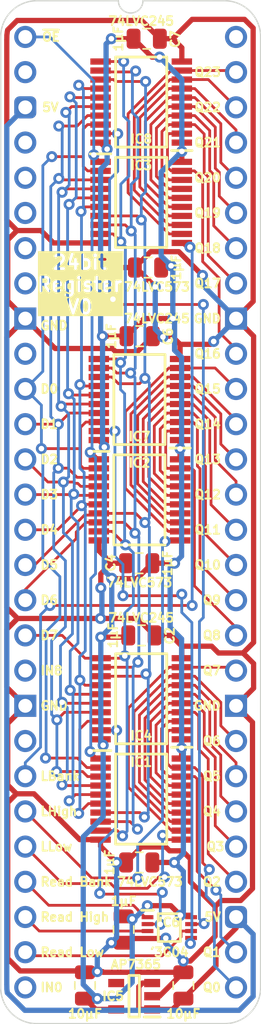
<source format=kicad_pcb>
(kicad_pcb (version 20240108) (generator "pcbnew") (generator_version "8.0")
  (title_block (title "Register 24bit with IO") (date "2024-09-02") (rev "V0"))
  (layers (0 "F.Cu" signal) (31 "B.Cu" signal) (34 "B.Paste" user) (35 "F.Paste" user) (36 "B.SilkS" user "B.Silkscreen") (37 "F.SilkS" user "F.Silkscreen") (38 "B.Mask" user) (39 "F.Mask" user) (44 "Edge.Cuts" user))
  (net 0 "")
  (net 1 "GND")
  (net 2 "5V")
  (net 3 "/3.3V")
  (net 5 "D5")
  (net 6 "D6")
  (net 7 "Latch Low")
  (net 8 "D1")
  (net 9 "D0")
  (net 10 "D4")
  (net 11 "D2")
  (net 12 "D7")
  (net 13 "D3")
  (net 14 "~{OE}")
  (net 15 "Latch High")
  (net 16 "Latch Bank")
  (net 17 "/~{Read Low}")
  (net 18 "Read Bank")
  (net 19 "/~{Read Bank}")
  (net 20 "Read High")
  (net 21 "/~{Read High}")
  (net 22 "Read Low")
  (net 34 "Q1")
  (net 35 "Q4")
  (net 36 "Q3")
  (net 37 "Q5")
  (net 38 "Q2")
  (net 39 "Q6")
  (net 40 "Q7")
  (net 41 "Q0")
  (net 42 "Q9")
  (net 43 "Q11")
  (net 44 "Q12")
  (net 45 "Q13")
  (net 46 "Q14")
  (net 47 "Q10")
  (net 48 "Q8")
  (net 49 "Q15")
  (net 50 "Q21")
  (net 51 "Q16")
  (net 52 "Q17")
  (net 53 "Q23")
  (net 54 "Q22")
  (net 55 "Q19")
  (net 56 "Q20")
  (net 57 "Q18")
  (footprint "SamacSys_Parts:SOP65P640X110-20N" (layer "F.Cu") (at 8.382 54.991)
    (property "Reference" "IC1")
    (property "Value" "74LVC573APW,118" (hide yes))
  )
  (footprint "SamacSys_Parts:C_0805" (layer "F.Cu") (at 8.763 0.127 -90)
    (property "Reference" "C7")
    (property "Value" "1μF")
  )
  (footprint "SamacSys_Parts:SOP65P640X120-20N" (layer "F.Cu") (at 8.382 4.699 180)
    (property "Reference" "IC8")
    (property "Value" "74LVC245AT20" (hide yes))
  )
  (footprint "SamacSys_Parts:SOP65P640X120-20N" (layer "F.Cu") (at 8.382 47.752 180)
    (property "Reference" "IC4")
    (property "Value" "74LVC245AT20" (hide yes))
  )
  (footprint "SamacSys_Parts:C_0805" (layer "F.Cu") (at 8.255 37.973 90)
    (property "Reference" "C4")
    (property "Value" "1μF")
  )
  (footprint "SamacSys_Parts:SOP50P310X90-8N" (layer "F.Cu") (at 10.414 64.262)
    (property "Reference" "IC6")
    (property "Value" "SN74LVC3G04DCUR" (hide yes))
  )
  (footprint "SamacSys_Parts:C_0805" (layer "F.Cu") (at 8.89 16.637 90)
    (property "Reference" "C3" (hide yes))
    (property "Value" "1μF")
  )
  (footprint "SamacSys_Parts:C_0805" (layer "F.Cu") (at 8.382 43.18 -90)
    (property "Reference" "C2")
    (property "Value" "1μF")
  )
  (footprint "SamacSys_Parts:SOP65P640X110-20N" (layer "F.Cu") (at 8.255 33.401)
    (property "Reference" "IC2")
    (property "Value" "74LVC573APW,118" (hide yes))
  )
  (footprint "SamacSys_Parts:C_0805" (layer "F.Cu") (at 8.255 59.563 90)
    (property "Reference" "C1" (hide yes))
    (property "Value" "1μF")
  )
  (footprint "SamacSys_Parts:C_0805" (layer "F.Cu") (at 4.318 68.453)
    (property "Reference" "C9" (hide yes))
    (property "Value" "10µF")
  )
  (footprint "SamacSys_Parts:C_0805" (layer "F.Cu") (at 11.43 68.453)
    (property "Reference" "C8" (hide yes))
    (property "Value" "10µF")
  )
  (footprint "SamacSys_Parts:SOP65P640X110-20N" (layer "F.Cu") (at 8.382 11.938)
    (property "Reference" "IC3")
    (property "Value" "74LVC573APW,118" (hide yes))
  )
  (footprint "SamacSys_Parts:C_0805" (layer "F.Cu") (at 7.112 64.389 180)
    (property "Reference" "C5" (hide yes))
    (property "Value" "1μF")
  )
  (footprint "SamacSys_Parts:C_0805" (layer "F.Cu") (at 8.255 21.59 -90)
    (property "Reference" "C6")
    (property "Value" "1μF")
  )
  (footprint "SamacSys_Parts:SOP65P640X120-20N" (layer "F.Cu") (at 8.255 26.162 180)
    (property "Reference" "IC7")
    (property "Value" "74LVC245AT20" (hide yes))
  )
  (footprint "SamacSys_Parts:DIP-56_Board_W15.24mm" (layer "F.Cu") (at 0 0)
    (property "Reference" "J2" (hide yes))
    (property "Value" "Conn_02x28_Counter_Clockwise" (hide yes))
    (fp_line (start -1.778 68.58) (end -1.778 0) (stroke (width 0.1)) (layer "Edge.Cuts"))
    (fp_line (start 6.731 -2.6162) (end 0.835732 -2.613732) (stroke (width 0.1)) (layer "Edge.Cuts"))
    (fp_line (start 14.404267 -2.613733) (end 8.509 -2.6162) (stroke (width 0.1)) (layer "Edge.Cuts"))
    (fp_line (start 14.404268 71.193732) (end 0.835733 71.193733) (stroke (width 0.1)) (layer "Edge.Cuts"))
    (fp_line (start 17.018 68.58) (end 17.017999 -0.000001) (stroke (width 0.1)) (layer "Edge.Cuts"))
    (fp_arc (start -1.778 0) (mid -1.012456 -1.848188) (end 0.835732 -2.613732) (stroke (width 0.1)) (layer "Edge.Cuts"))
    (fp_arc (start 0.835733 71.193733) (mid -1.012457 70.42819) (end -1.778 68.58) (stroke (width 0.1)) (layer "Edge.Cuts"))
    (fp_arc (start 8.509 -2.6162) (mid 7.62 -1.7272) (end 6.731 -2.6162) (stroke (width 0.1)) (layer "Edge.Cuts"))
    (fp_arc (start 14.404267 -2.613733) (mid 16.252453 -1.848189) (end 17.017999 -0.000001) (stroke (width 0.1)) (layer "Edge.Cuts"))
    (fp_arc (start 17.018 68.58) (mid 16.252456 70.428187) (end 14.404268 71.193732) (stroke (width 0.1)) (layer "Edge.Cuts"))
  )
  (footprint "SamacSys_Parts:SOT95P285X130-5N" (layer "F.Cu") (at 7.874 69.215 180)
    (property "Reference" "IC5")
    (property "Value" "AP7365-33WG-7" (hide yes))
  )
  (footprint "SamacSys_Parts:PinHeader_1x28_P2.54mm_Vertical" (layer "B.Cu") (at 0 0 180)
    (property "Reference" "J3" (hide yes))
    (property "Value" "Pin_Header_01x28")
  )
  (footprint "SamacSys_Parts:PinHeader_1x28_P2.54mm_Vertical" (layer "B.Cu") (at 15.24 0 180)
    (property "Reference" "J1" (hide yes))
    (property "Value" "Pin_Header_01x28")
  )
  (gr_text "GND" (at 1.016 48.26 0) (layer "F.SilkS") (effects (font (size 0.635 0.635)) (justify left)))
  (gr_text "D1" (at 1.016 27.94 0) (layer "F.SilkS") (effects (font (size 0.635 0.635)) (justify left)))
  (gr_text "GND" (at 14.224 20.32 0) (layer "F.SilkS") (effects (font (size 0.635 0.635)) (justify right)))
  (gr_text "Q22" (at 14.224 5.08 0) (layer "F.SilkS") (effects (font (size 0.635 0.635)) (justify right)))
  (gr_text "Q11" (at 14.224 35.56 0) (layer "F.SilkS") (effects (font (size 0.635 0.635)) (justify right)))
  (gr_text "5V" (at 1.143 5.08 0) (layer "F.SilkS") (effects (font (size 0.635 0.635)) (justify left)))
  (gr_text "Q8" (at 14.224 43.18 0) (layer "F.SilkS") (effects (font (size 0.635 0.635)) (justify right)))
  (gr_text "Q20" (at 14.224 10.16 0) (layer "F.SilkS") (effects (font (size 0.635 0.635)) (justify right)))
  (gr_text "Q10" (at 14.224 38.1 0) (layer "F.SilkS") (effects (font (size 0.635 0.635)) (justify right)))
  (gr_text "Q23" (at 14.224 2.54 0) (layer "F.SilkS") (effects (font (size 0.635 0.635)) (justify right)))
  (gr_text "Q3" (at 14.478 58.42 0) (layer "F.SilkS") (effects (font (size 0.635 0.635)) (justify right)))
  (gr_text "LLow" (at 1.016 58.42 0) (layer "F.SilkS") (effects (font (size 0.635 0.635)) (justify left)))
  (gr_text "Q5" (at 14.224 53.34 0) (layer "F.SilkS") (effects (font (size 0.635 0.635)) (justify right)))
  (gr_text "Q9" (at 14.224 40.64 0) (layer "F.SilkS") (effects (font (size 0.635 0.635)) (justify right)))
  (gr_text "LBank" (at 1.016 53.34 0) (layer "F.SilkS") (effects (font (size 0.635 0.635)) (justify left)))
  (gr_text "D3" (at 1.016 33.02 0) (layer "F.SilkS") (effects (font (size 0.635 0.635)) (justify left)))
  (gr_text "Q14" (at 14.224 27.94 0) (layer "F.SilkS") (effects (font (size 0.635 0.635)) (justify right)))
  (gr_text "D6" (at 1.016 40.64 0) (layer "F.SilkS") (effects (font (size 0.635 0.635)) (justify left)))
  (gr_text "Q21" (at 14.224 7.62 0) (layer "F.SilkS") (effects (font (size 0.635 0.635)) (justify right)))
  (gr_text "D5" (at 1.016 38.1 0) (layer "F.SilkS") (effects (font (size 0.635 0.635)) (justify left)))
  (gr_text "Q17" (at 14.224 17.78 0) (layer "F.SilkS") (effects (font (size 0.635 0.635)) (justify right)))
  (gr_text "Q4" (at 14.224 55.88 0) (layer "F.SilkS") (effects (font (size 0.635 0.635)) (justify right)))
  (gr_text "Q16" (at 14.224 22.86 0) (layer "F.SilkS") (effects (font (size 0.635 0.635)) (justify right)))
  (gr_text "Q2" (at 14.224 60.96 0) (layer "F.SilkS") (effects (font (size 0.635 0.635)) (justify right)))
  (gr_text "LHigh" (at 1.016 55.88 0) (layer "F.SilkS") (effects (font (size 0.635 0.635)) (justify left)))
  (gr_text "Q15" (at 14.224 25.4 0) (layer "F.SilkS") (effects (font (size 0.635 0.635)) (justify right)))
  (gr_text "Q1" (at 14.224 66.04 0) (layer "F.SilkS") (effects (font (size 0.635 0.635)) (justify right)))
  (gr_text "Read Low" (at 1.016 66.04 0) (layer "F.SilkS") (effects (font (size 0.635 0.635)) (justify left)))
  (gr_text "IN8" (at 1.016 45.72 0) (layer "F.SilkS") (effects (font (size 0.635 0.635)) (justify left)))
  (gr_text "Q13" (at 14.224 30.48 0) (layer "F.SilkS") (effects (font (size 0.635 0.635)) (justify right)))
  (gr_text "Q12" (at 14.224 33.02 0) (layer "F.SilkS") (effects (font (size 0.635 0.635)) (justify right)))
  (gr_text "5V" (at 14.224 63.5 0) (layer "F.SilkS") (effects (font (size 0.635 0.635)) (justify right)))
  (gr_text "D2" (at 1.016 30.48 0) (layer "F.SilkS") (effects (font (size 0.635 0.635)) (justify left)))
  (gr_text "Q18" (at 14.224 15.24 0) (layer "F.SilkS") (effects (font (size 0.635 0.635)) (justify right)))
  (gr_text "Q19" (at 14.224 12.7 0) (layer "F.SilkS") (effects (font (size 0.635 0.635)) (justify right)))
  (gr_text "GND" (at 1.016 20.828 0) (layer "F.SilkS") (effects (font (size 0.635 0.635)) (justify left)))
  (gr_text "D4" (at 1.016 35.56 0) (layer "F.SilkS") (effects (font (size 0.635 0.635)) (justify left)))
  (gr_text "IN0" (at 1.016 68.58 0) (layer "F.SilkS") (effects (font (size 0.635 0.635)) (justify left)))
  (gr_text "Read High" (at 1.016 63.5 0) (layer "F.SilkS") (effects (font (size 0.635 0.635)) (justify left)))
  (gr_text "24bit\nRegister\nV0" (at 3.937 20.066 0) (layer "F.SilkS" knockout) (effects (font (size 1 1) (thickness 0.2) (bold yes)) (justify bottom)))
  (gr_text "Read Bank" (at 1.016 60.96 0) (layer "F.SilkS") (effects (font (size 0.635 0.635)) (justify left)))
  (gr_text "D0" (at 1.016 25.4 0) (layer "F.SilkS") (effects (font (size 0.635 0.635)) (justify left)))
  (gr_text "D7" (at 1.016 43.18 0) (layer "F.SilkS") (effects (font (size 0.635 0.635)) (justify left)))
  (gr_text "~{OE}" (at 1.143 0 0) (layer "F.SilkS") (effects (font (size 0.635 0.635)) (justify left)))
  (gr_text "Q7" (at 14.224 45.72 0) (layer "F.SilkS") (effects (font (size 0.635 0.635)) (justify right)))
  (gr_text "GND" (at 14.224 48.26 0) (layer "F.SilkS") (effects (font (size 0.635 0.635)) (justify right)))
  (gr_text "Q6" (at 14.224 50.8 0) (layer "F.SilkS") (effects (font (size 0.635 0.635)) (justify right)))
  (gr_text "Q0" (at 14.224 68.58 0) (layer "F.SilkS") (effects (font (size 0.635 0.635)) (justify right)))
  (segment (start -1.27 49.53) (end 0 48.26) (width 0.38) (layer "F.Cu") (net 1))
  (segment (start 11.193 23.237) (end 11.193 22.1785) (width 0.38) (layer "F.Cu") (net 1))
  (segment (start 11.43 66.675) (end 11.43 67.487) (width 0.38) (layer "F.Cu") (net 1))
  (segment (start 7.289 59.563) (end 8.404 58.448) (width 0.38) (layer "F.Cu") (net 1))
  (segment (start 8.126 41.958) (end 9.348 43.18) (width 0.38) (layer "F.Cu") (net 1))
  (segment (start 11.193 22.1785) (end 13.41549 22.1785) (width 0.38) (layer "F.Cu") (net 1))
  (segment (start 9.702 69.215) (end 9.174 69.215) (width 0.38) (layer "F.Cu") (net 1))
  (segment (start 13.97 44.45) (end 15.748 44.45) (width 0.38) (layer "F.Cu") (net 1))
  (segment (start -1.27 66.489) (end -1.27 55.245) (width 0.38) (layer "F.Cu") (net 1))
  (segment (start 5.444 14.863) (end 2.036 14.863) (width 0.38) (layer "F.Cu") (net 1))
  (segment (start 12.065 -1.27) (end 10.668 0.127) (width 0.38) (layer "F.Cu") (net 1))
  (segment (start 15.24 20.32) (end 16.476427 19.083573) (width 0.38) (layer "F.Cu") (net 1))
  (segment (start 9.067 15.494) (end 11.1005 15.494) (width 0.38) (layer "F.Cu") (net 1))
  (segment (start 5.444 58.403006) (end 6.603997 59.563003) (width 0.38) (layer "F.Cu") (net 1))
  (segment (start 16.43 61.452915) (end 15.572915 62.31) (width 0.38) (layer "F.Cu") (net 1))
  (segment (start 9.221 21.59) (end 9.903823 21.59) (width 0.38) (layer "F.Cu") (net 1))
  (segment (start 1.143 13.97) (end -0.428 13.97) (width 0.38) (layer "F.Cu") (net 1))
  (segment (start 10.156914 58.448) (end 10.431913 58.722999) (width 0.38) (layer "F.Cu") (net 1))
  (segment (start -1.299118 -0.391225) (end -1.3311 -0.127826) (width 0.38) (layer "F.Cu") (net 1))
  (segment (start 10.287 0.127) (end 10.668 0.127) (width 0.38) (layer "F.Cu") (net 1))
  (segment (start 5.207 67.437) (end 4.368 67.437) (width 0.38) (layer "F.Cu") (net 1))
  (segment (start 6.604 59.563) (end 6.603997 59.563003) (width 0.38) (layer "F.Cu") (net 1))
  (segment (start 0 20.32) (end -1.338 21.658) (width 0.38) (layer "F.Cu") (net 1))
  (segment (start 14.161028 62.31) (end 13.724514 62.746514) (width 0.38) (layer "F.Cu") (net 1))
  (segment (start 2.159 22.479) (end 0 20.32) (width 0.38) (layer "F.Cu") (net 1))
  (segment (start 5.444 57.916) (end 3.941 57.916) (width 0.38) (layer "F.Cu") (net 1))
  (segment (start 15.572915 62.31) (end 14.161028 62.31) (width 0.38) (layer "F.Cu") (net 1))
  (segment (start -1.338 41.176) (end -0.556 41.958) (width 0.38) (layer "F.Cu") (net 1))
  (segment (start 11.193 22.1785) (end 10.6045 21.59) (width 0.38) (layer "F.Cu") (net 1))
  (segment (start -1.338 46.922) (end 0 48.26) (width 0.38) (layer "F.Cu") (net 1))
  (segment (start 5.588 67.437) (end 5.638 67.487) (width 0.38) (layer "F.Cu") (net 1))
  (segment (start 11.938 60.96) (end 13.724514 62.746514) (width 0.38) (layer "F.Cu") (net 1))
  (segment (start -1.338 13.227) (end -0.595 13.97) (width 0.38) (layer "F.Cu") (net 1))
  (segment (start 16.51 21.59) (end 16.51 43.688) (width 0.38) (layer "F.Cu") (net 1))
  (segment (start 6.223 37.973) (end 7.289 37.973) (width 0.38) (layer "F.Cu") (net 1))
  (segment (start -1.3311 -0.127826) (end -1.335719 0.190757) (width 0.38) (layer "F.Cu") (net 1))
  (segment (start 15.24 20.32) (end 16.51 21.59) (width 0.38) (layer "F.Cu") (net 1))
  (segment (start -0.556 41.958) (end 5.437 41.958) (width 0.38) (layer "F.Cu") (net 1))
  (segment (start -0.556 41.958) (end -1.338 42.74) (width 0.38) (layer "F.Cu") (net 1))
  (segment (start 11.32 0.779) (end 11.32 1.774) (width 0.38) (layer "F.Cu") (net 1))
  (segment (start 15.748 44.45) (end 16.51 43.688) (width 0.38) (layer "F.Cu") (net 1))
  (segment (start 16.476427 -0.645708) (end 15.852135 -1.27) (width 0.38) (layer "F.Cu") (net 1))
  (segment (start 0.635 54.61) (end -0.635 54.61) (width 0.38) (layer "F.Cu") (net 1))
  (segment (start 11.32 43.959) (end 11.32 44.827) (width 0.38) (layer "F.Cu") (net 1))
  (segment (start -0.595 13.97) (end -1.27 14.645) (width 0.38) (layer "F.Cu") (net 1))
  (segment (start -1.270445 -0.507555) (end -1.299118 -0.391225) (width 0.38) (layer "F.Cu") (net 1))
  (segment (start 10.006177 21.59) (end 9.955 21.641177) (width 0.38) (layer "F.Cu") (net 1))
  (segment (start 5.638 67.487) (end 11.43 67.487) (width 0.38) (layer "F.Cu") (net 1))
  (segment (start 8.412 -1.19) (end -0.588 -1.19) (width 0.38) (layer "F.Cu") (net 1))
  (segment (start 11.1005 15.494) (end 12.815 17.2085) (width 0.38) (layer "F.Cu") (net 1))
  (segment (start 5.461 38.735) (end 5.461 39.751) (width 0.38) (layer "F.Cu") (net 1))
  (segment (start 5.317 36.326) (end 5.317 37.067) (width 0.38) (layer "F.Cu") (net 1))
  (segment (start 10.6045 21.59) (end 10.006177 21.59) (width 0.38) (layer "F.Cu") (net 1))
  (segment (start 13.724514 62.856486) (end 13.724514 64.888486) (width 0.38) (layer "F.Cu") (net 1))
  (segment (start 13.41549 22.1785) (end 13.62394 21.97005) (width 0.38) (layer "F.Cu") (net 1))
  (segment (start 5.437 41.958) (end 8.126 41.958) (width 0.38) (layer "F.Cu") (net 1))
  (segment (start 10.431913 58.722999) (end 11.351999 58.722999) (width 0.38) (layer "F.Cu") (net 1))
  (segment (start 3.941 57.916) (end 0.635 54.61) (width 0.38) (layer "F.Cu") (net 1))
  (segment (start 7.112 65.355) (end 6.223 65.355) (width 0.38) (layer "F.Cu") (net 1))
  (segment (start 5.207 67.437) (end 5.588 67.437) (width 0.38) (layer "F.Cu") (net 1))
  (segment (start 13.724514 64.888486) (end 11.938 66.675) (width 0.38) (layer "F.Cu") (net 1))
  (segment (start 15.748 44.45) (end 16.51 45.212) (width 0.38) (layer "F.Cu") (net 1))
  (segment (start 11.938 59.309) (end 11.938 60.96) (width 0.38) (layer "F.Cu") (net 1))
  (segment (start -1.338 0.192973) (end -1.338 13.227) (width 0.38) (layer "F.Cu") (net 1))
  (segment (start 13.479 43.959) (end 13.97 44.45) (width 0.38) (layer "F.Cu") (net 1))
  (segment (start -1.338 42.74) (end -1.338 46.922) (width 0.38) (layer "F.Cu") (net 1))
  (segment (start 8.839 65.052) (end 10.132 65.052) (width 0.38) (layer "F.Cu") (net 1))
  (segment (start 6.5275 22.705) (end 6.3015 22.479) (width 0.38) (layer "F.Cu") (net 1))
  (segment (start 2.036 14.863) (end 1.143 13.97) (width 0.38) (layer "F.Cu") (net 1))
  (segment (start 10.668 0.127) (end 11.32 0.779) (width 0.38) (layer "F.Cu") (net 1))
  (segment (start 15.852135 -1.27) (end 12.065 -1.27) (width 0.38) (layer "F.Cu") (net 1))
  (segment (start -1.27 19.05) (end 0 20.32) (width 0.38) (layer "F.Cu") (net 1))
  (segment (start -0.428 13.97) (end -0.595 13.97) (width 0.38) (layer "F.Cu") (net 1))
  (segment (start -1.27 55.245) (end -0.635 54.61) (width 0.38) (layer "F.Cu") (net 1))
  (segment (start 9.348 43.18) (end 10.541 43.18) (width 0.38) (layer "F.Cu") (net 1))
  (segment (start 9.903823 21.59) (end 9.955 21.641177) (width 0.38) (layer "F.Cu") (net 1))
  (segment (start 9.729 0.127) (end 8.412 -1.19) (width 0.38) (layer "F.Cu") (net 1))
  (segment (start 11.32 43.959) (end 13.479 43.959) (width 0.38) (layer "F.Cu") (net 1))
  (segment (start 11.351999 58.722999) (end 11.938 59.309) (width 0.38) (layer "F.Cu") (net 1))
  (segment (start 11.938 66.675) (end 11.43 66.675) (width 0.38) (layer "F.Cu") (net 1))
  (segment (start 13.724514 62.746514) (end 13.724514 62.856486) (width 0.38) (layer "F.Cu") (net 1))
  (segment (start -0.635 54.61) (end -1.27 53.975) (width 0.38) (layer "F.Cu") (net 1))
  (segment (start 4.221 67.39) (end -0.369 67.39) (width 0.38) (layer "F.Cu") (net 1))
  (segment (start 6.223 37.973) (end 5.461 38.735) (width 0.38) (layer "F.Cu") (net 1))
  (segment (start 10.541 43.18) (end 11.32 43.959) (width 0.38) (layer "F.Cu") (net 1))
  (segment (start 16.43 49.45) (end 16.43 61.452915) (width 0.38) (layer "F.Cu") (net 1))
  (segment (start -0.369 67.39) (end -1.27 66.489) (width 0.38) (layer "F.Cu") (net 1))
  (segment (start -1.27 53.975) (end -1.27 49.53) (width 0.38) (layer "F.Cu") (net 1))
  (segment (start 11.43 67.487) (end 9.702 69.215) (width 0.38) (layer "F.Cu") (net 1))
  (segment (start 7.415 65.052) (end 8.839 65.052) (width 0.38) (layer "F.Cu") (net 1))
  (segment (start 15.24 48.26) (end 16.43 49.45) (width 0.38) (layer "F.Cu") (net 1))
  (segment (start 7.924 16.637) (end 6.223 16.637) (width 0.38) (layer "F.Cu") (net 1))
  (segment (start 5.444 57.916) (end 5.444 58.403006) (width 0.38) (layer "F.Cu") (net 1))
  (segment (start -1.27 14.645) (end -1.27 19.05) (width 0.38) (layer "F.Cu") (net 1))
  (segment (start 8.106 22.705) (end 6.5275 22.705) (width 0.38) (layer "F.Cu") (net 1))
  (segment (start 6.3015 22.479) (end 2.159 22.479) (width 0.38) (layer "F.Cu") (net 1))
  (segment (start 16.476427 19.083573) (end 16.476427 -0.645708) (width 0.38) (layer "F.Cu") (net 1))
  (segment (start 9.221 21.59) (end 8.106 22.705) (width 0.38) (layer "F.Cu") (net 1))
  (segment (start -1.338 21.658) (end -1.338 41.176) (width 0.38) (layer "F.Cu") (net 1))
  (segment (start -0.588 -1.19) (end -1.270445 -0.507555) (width 0.38) (layer "F.Cu") (net 1))
  (segment (start 7.289 59.563) (end 6.604 59.563) (width 0.38) (layer "F.Cu") (net 1))
  (segment (start 9.729 0.127) (end 10.287 0.127) (width 0.38) (layer "F.Cu") (net 1))
  (segment (start 5.317 37.067) (end 6.223 37.973) (width 0.38) (layer "F.Cu") (net 1))
  (segment (start 10.132 65.052) (end 10.16 65.024) (width 0.38) (layer "F.Cu") (net 1))
  (segment (start 16.51 45.212) (end 16.51 46.99) (width 0.38) (layer "F.Cu") (net 1))
  (segment (start 5.444 15.858) (end 5.444 14.863) (width 0.38) (layer "F.Cu") (net 1))
  (segment (start 7.924 16.637) (end 9.067 15.494) (width 0.38) (layer "F.Cu") (net 1))
  (segment (start 6.223 16.637) (end 5.444 15.858) (width 0.38) (layer "F.Cu") (net 1))
  (segment (start 8.404 58.448) (end 10.156914 58.448) (width 0.38) (layer "F.Cu") (net 1))
  (segment (start 16.51 46.99) (end 15.24 48.26) (width 0.38) (layer "F.Cu") (net 1))
  (segment (start 8.001 16.637) (end 9.398 18.034) (width 0.38) (layer "F.Cu") (net 1))
  (segment (start -1.335719 0.190757) (end -1.338 0.192973) (width 0.38) (layer "F.Cu") (net 1))
  (via (at 10.16 65.024) (size 0.8) (drill 0.4) (layers "F.Cu" "B.Cu") (net 1))
  (via (at 6.223 65.355) (size 0.8) (drill 0.4) (layers "F.Cu" "B.Cu") (net 1))
  (via (at 12.815 17.2085) (size 0.8) (drill 0.4) (layers "F.Cu" "B.Cu") (net 1))
  (via (at 13.62394 21.97005) (size 0.8) (drill 0.4) (layers "F.Cu" "B.Cu") (net 1))
  (via (at 9.955 21.641177) (size 0.8) (drill 0.4) (layers "F.Cu" "B.Cu") (net 1))
  (via (at 9.398 18.034) (size 0.8) (drill 0.4) (layers "F.Cu" "B.Cu") (net 1))
  (via (at 6.603997 59.563003) (size 0.8) (drill 0.4) (layers "F.Cu" "B.Cu") (net 1))
  (via (at 5.461 39.751) (size 0.8) (drill 0.4) (layers "F.Cu" "B.Cu") (net 1))
  (via (at 11.43 66.675) (size 0.8) (drill 0.4) (layers "F.Cu" "B.Cu") (net 1))
  (via (at 5.437 41.958) (size 0.8) (drill 0.4) (layers "F.Cu" "B.Cu") (net 1))
  (via (at 5.207 67.437) (size 0.8) (drill 0.4) (layers "F.Cu" "B.Cu") (net 1))
  (segment (start 5.207 67.437) (end 5.207 66.371) (width 0.38) (layer "B.Cu") (net 1))
  (segment (start 10.16 65.405) (end 11.43 66.675) (width 0.38) (layer "B.Cu") (net 1))
  (segment (start 6.223 65.355) (end 6.604 64.974) (width 0.38) (layer "B.Cu") (net 1))
  (segment (start 6.604 59.563006) (end 6.603997 59.563003) (width 0.38) (layer "B.Cu") (net 1))
  (segment (start 5.54 41.855) (end 5.54 39.83) (width 0.38) (layer "B.Cu") (net 1))
  (segment (start 13.62394 21.970042) (end 13.62394 21.97005) (width 0.38) (layer "B.Cu") (net 1))
  (segment (start 9.398 21.084177) (end 9.955 21.641177) (width 0.38) (layer "B.Cu") (net 1))
  (segment (start 10.16 65.024) (end 10.16 65.405) (width 0.38) (layer "B.Cu") (net 1))
  (segment (start 5.207 66.371) (end 6.223 65.355) (width 0.38) (layer "B.Cu") (net 1))
  (segment (start 12.815 17.895) (end 12.815 17.2085) (width 0.38) (layer "B.Cu") (net 1))
  (segment (start 9.398 18.034) (end 9.398 21.084177) (width 0.38) (layer "B.Cu") (net 1))
  (segment (start 5.437 41.958) (end 5.54 41.855) (width 0.38) (layer "B.Cu") (net 1))
  (segment (start 15.24 20.32) (end 12.815 17.895) (width 0.38) (layer "B.Cu") (net 1))
  (segment (start 5.54 39.83) (end 5.461 39.751) (width 0.38) (layer "B.Cu") (net 1))
  (segment (start 15.24 20.353982) (end 13.62394 21.970042) (width 0.38) (layer "B.Cu") (net 1))
  (segment (start 6.604 64.974) (end 6.604 59.563006) (width 0.38) (layer "B.Cu") (net 1))
  (segment (start 13.788 65.751999) (end 13.788 67.029) (width 0.38) (layer "F.Cu") (net 2))
  (segment (start 8.209 70.155) (end 8.219 70.165) (width 0.38) (layer "F.Cu") (net 2))
  (segment (start 13.788 67.029) (end 11.43 69.387) (width 0.38) (layer "F.Cu") (net 2))
  (segment (start 10.652 70.165) (end 9.174 70.165) (width 0.38) (layer "F.Cu") (net 2))
  (segment (start 9.174 68.265) (end 8.469 68.265) (width 0.38) (layer "F.Cu") (net 2))
  (segment (start 8.209 68.525) (end 8.209 70.155) (width 0.38) (layer "F.Cu") (net 2))
  (segment (start 11.43 69.387) (end 10.652 70.165) (width 0.38) (layer "F.Cu") (net 2))
  (segment (start 15.24 63.5) (end 15.24 64.299999) (width 0.38) (layer "F.Cu") (net 2))
  (segment (start 8.469 68.265) (end 8.209 68.525) (width 0.38) (layer "F.Cu") (net 2))
  (segment (start 8.219 70.165) (end 9.174 70.165) (width 0.38) (layer "F.Cu") (net 2))
  (segment (start 15.24 64.299999) (end 13.788 65.751999) (width 0.38) (layer "F.Cu") (net 2))
  (segment (start 15.471092 70.231) (end -0.036738 70.231) (width 0.38) (layer "B.Cu") (net 2))
  (segment (start 15.24 63.5) (end 16.476395 64.736395) (width 0.38) (layer "B.Cu") (net 2))
  (segment (start -1.338 6.418) (end 0 5.08) (width 0.38) (layer "B.Cu") (net 2))
  (segment (start 16.476395 69.225697) (end 15.471092 70.231) (width 0.38) (layer "B.Cu") (net 2))
  (segment (start -1.331128 68.707876) (end -1.335686 68.389328) (width 0.38) (layer "B.Cu") (net 2))
  (segment (start -1.299517 68.968221) (end -1.331128 68.707876) (width 0.38) (layer "B.Cu") (net 2))
  (segment (start -1.335686 68.389328) (end -1.338 68.387079) (width 0.38) (layer "B.Cu") (net 2))
  (segment (start -1.338 68.387079) (end -1.338 6.418) (width 0.38) (layer "B.Cu") (net 2))
  (segment (start 16.476395 64.736395) (end 16.476395 69.225697) (width 0.38) (layer "B.Cu") (net 2))
  (segment (start -0.036738 70.231) (end -1.299517 68.968221) (width 0.38) (layer "B.Cu") (net 2))
  (segment (start 7.321 21.59) (end 5.576 21.59) (width 0.38) (layer "F.Cu") (net 3))
  (segment (start 5.096 70.165) (end 4.318 69.387) (width 0.38) (layer "F.Cu") (net 3))
  (segment (start 4.318 69.387) (end 5.207 69.387) (width 0.38) (layer "F.Cu") (net 3))
  (segment (start 9.189 37.973) (end 8.074 39.088) (width 0.38) (layer "F.Cu") (net 3))
  (segment (start 11.892308 63.375308) (end 11.989 63.472) (width 0.38) (layer "F.Cu") (net 3))
  (segment (start 10.779848 59.563) (end 10.779851 59.562997) (width 0.38) (layer "F.Cu") (net 3))
  (segment (start 7.829 0.127) (end 6.223 0.127) (width 0.38) (layer "F.Cu") (net 3))
  (segment (start 9.189 59.563) (end 10.779848 59.563) (width 0.38) (layer "F.Cu") (net 3))
  (segment (start 11.32 50.677) (end 11.32 51.291) (width 0.38) (layer "F.Cu") (net 3))
  (segment (start 11.193 30.476) (end 11.193 29.718) (width 0.38) (layer "F.Cu") (net 3))
  (segment (start 8.591 20.32) (end 10.668 20.32) (width 0.38) (layer "F.Cu") (net 3))
  (segment (start 11.32 8.255) (end 11.32 7.624) (width 0.38) (layer "F.Cu") (net 3))
  (segment (start 11.303 51.308) (end 11.303 52.049) (width 0.38) (layer "F.Cu") (net 3))
  (segment (start 5.715008 29.485008) (end 5.715008 29.591008) (width 0.38) (layer "F.Cu") (net 3))
  (segment (start 9.951 16.51) (end 10.541 16.51) (width 0.38) (layer "F.Cu") (net 3))
  (segment (start 5.444 50.677) (end 5.444 50.915437) (width 0.38) (layer "F.Cu") (net 3))
  (segment (start 7.543405 63.455) (end 7.73115 63.642745) (width 0.38) (layer "F.Cu") (net 3))
  (segment (start 5.317 29.087) (end 5.715008 29.485008) (width 0.38) (layer "F.Cu") (net 3))
  (segment (start 9.154 1.452) (end 7.829 0.127) (width 0.38) (layer "F.Cu") (net 3))
  (segment (start 9.711749 1.452) (end 9.154 1.452) (width 0.38) (layer "F.Cu") (net 3))
  (segment (start 8.074 39.088) (end 6.279358 39.088) (width 0.38) (layer "F.Cu") (net 3))
  (segment (start 5.444 7.624) (end 5.915384 8.095384) (width 0.38) (layer "F.Cu") (net 3))
  (segment (start 5.444 50.915437) (end 5.631176 51.102613) (width 0.38) (layer "F.Cu") (net 3))
  (segment (start 11.213098 63.375308) (end 11.892308 63.375308) (width 0.38) (layer "F.Cu") (net 3))
  (segment (start 6.574 70.165) (end 5.096 70.165) (width 0.38) (layer "F.Cu") (net 3))
  (segment (start 9.189 37.973) (end 10.795 37.973) (width 0.38) (layer "F.Cu") (net 3))
  (segment (start 11.32 51.291) (end 11.303 51.308) (width 0.38) (layer "F.Cu") (net 3))
  (segment (start 10.5208 62.68301) (end 8.829814 62.68301) (width 0.38) (layer "F.Cu") (net 3))
  (segment (start 11.193 29.087) (end 11.193 29.718) (width 0.38) (layer "F.Cu") (net 3))
  (segment (start 7.321 21.59) (end 8.591 20.32) (width 0.38) (layer "F.Cu") (net 3))
  (segment (start 5.915384 8.095384) (end 5.918104 8.095384) (width 0.38) (layer "F.Cu") (net 3))
  (segment (start 6.279358 39.088) (end 6.253137 39.061779) (width 0.38) (layer "F.Cu") (net 3))
  (segment (start 11.32 9.013) (end 11.32 8.255) (width 0.38) (layer "F.Cu") (net 3))
  (segment (start 5.461 43.307) (end 7.321 43.307) (width 0.38) (layer "F.Cu") (net 3))
  (segment (start 11.213098 63.375308) (end 10.5208 62.68301) (width 0.38) (layer "F.Cu") (net 3))
  (via (at 6.223 0.127) (size 0.8) (drill 0.4) (layers "F.Cu" "B.Cu") (net 3))
  (via (at 11.193 29.718) (size 0.8) (drill 0.4) (layers "F.Cu" "B.Cu") (net 3))
  (via (at 10.779851 59.562997) (size 0.8) (drill 0.4) (layers "F.Cu" "B.Cu") (net 3))
  (via (at 9.711749 1.452) (size 0.8) (drill 0.4) (layers "F.Cu" "B.Cu") (net 3))
  (via (at 11.213098 63.375308) (size 0.8) (drill 0.4) (layers "F.Cu" "B.Cu") (net 3))
  (via (at 5.631176 51.102613) (size 0.8) (drill 0.4) (layers "F.Cu" "B.Cu") (net 3))
  (via (at 11.32 8.255) (size 0.8) (drill 0.4) (layers "F.Cu" "B.Cu") (net 3))
  (via (at 10.795 37.973) (size 0.8) (drill 0.4) (layers "F.Cu" "B.Cu") (net 3))
  (via (at 11.303 51.308) (size 0.8) (drill 0.4) (layers "F.Cu" "B.Cu") (net 3))
  (via (at 10.541 16.51) (size 0.8) (drill 0.4) (layers "F.Cu" "B.Cu") (net 3))
  (via (at 5.918104 8.095384) (size 0.8) (drill 0.4) (layers "F.Cu" "B.Cu") (net 3))
  (via (at 5.576 21.59) (size 0.8) (drill 0.4) (layers "F.Cu" "B.Cu") (net 3))
  (via (at 5.715008 29.591008) (size 0.8) (drill 0.4) (layers "F.Cu" "B.Cu") (net 3))
  (via (at 8.829814 62.68301) (size 0.8) (drill 0.4) (layers "F.Cu" "B.Cu") (net 3))
  (via (at 6.253137 39.061779) (size 0.8) (drill 0.4) (layers "F.Cu" "B.Cu") (net 3))
  (via (at 7.73115 63.642745) (size 0.8) (drill 0.4) (layers "F.Cu" "B.Cu") (net 3))
  (via (at 10.668 20.32) (size 0.8) (drill 0.4) (layers "F.Cu" "B.Cu") (net 3))
  (via (at 5.207 69.387) (size 0.8) (drill 0.4) (layers "F.Cu" "B.Cu") (net 3))
  (via (at 5.461 43.307) (size 0.8) (drill 0.4) (layers "F.Cu" "B.Cu") (net 3))
  (segment (start 10.795 22.606) (end 10.795 20.447) (width 0.38) (layer "B.Cu") (net 3))
  (segment (start 11.303 51.308) (end 11.303 43.434) (width 0.38) (layer "B.Cu") (net 3))
  (segment (start 5.449 9.537) (end 5.449 21.463) (width 0.38) (layer "B.Cu") (net 3))
  (segment (start 11.43 60.213146) (end 10.779851 59.562997) (width 0.38) (layer "B.Cu") (net 3))
  (segment (start 11.303 43.434) (end 10.475 42.606) (width 0.38) (layer "B.Cu") (net 3))
  (segment (start 7.73115 63.642745) (end 7.73115 68.21485) (width 0.38) (layer "B.Cu") (net 3))
  (segment (start 11.193 29.718) (end 11.303 29.608) (width 0.38) (layer "B.Cu") (net 3))
  (segment (start 11.32 8.255) (end 9.823978 9.751022) (width 0.38) (layer "B.Cu") (net 3))
  (segment (start 5.715 29.591016) (end 5.715008 29.591008) (width 0.38) (layer "B.Cu") (net 3))
  (segment (start 7.73115 68.21485) (end 6.559 69.387) (width 0.38) (layer "B.Cu") (net 3))
  (segment (start 4.191 68.371) (end 4.191 57.712588) (width 0.38) (layer "B.Cu") (net 3))
  (segment (start 5.207 69.387) (end 4.191 68.371) (width 0.38) (layer "B.Cu") (net 3))
  (segment (start 11.303 51.308) (end 11.43 51.435) (width 0.38) (layer "B.Cu") (net 3))
  (segment (start 10.475 42.606) (end 10.475 38.293) (width 0.38) (layer "B.Cu") (net 3))
  (segment (start 9.823978 15.792978) (end 10.541 16.51) (width 0.38) (layer "B.Cu") (net 3))
  (segment (start 9.823978 9.751022) (end 9.823978 15.792978) (width 0.38) (layer "B.Cu") (net 3))
  (segment (start 6.253137 39.061779) (end 5.715 38.523642) (width 0.38) (layer "B.Cu") (net 3))
  (segment (start 5.461 43.307) (end 5.461 50.932437) (width 0.38) (layer "B.Cu") (net 3))
  (segment (start 4.191 57.712588) (end 5.631176 56.272412) (width 0.38) (layer "B.Cu") (net 3))
  (segment (start 6.253137 42.514863) (end 6.253137 39.061779) (width 0.38) (layer "B.Cu") (net 3))
  (segment (start 11.303 37.465) (end 10.795 37.973) (width 0.38) (layer "B.Cu") (net 3))
  (segment (start 7.73115 63.642745) (end 7.870079 63.642745) (width 0.38) (layer "B.Cu") (net 3))
  (segment (start 5.842 0.508) (end 5.842 8.01928) (width 0.38) (layer "B.Cu") (net 3))
  (segment (start 11.303 29.608) (end 11.303 23.114) (width 0.38) (layer "B.Cu") (net 3))
  (segment (start 11.32 3.060251) (end 9.711749 1.452) (width 0.38) (layer "B.Cu") (net 3))
  (segment (start 11.43 51.435) (end 11.43 58.912848) (width 0.38) (layer "B.Cu") (net 3))
  (segment (start 11.32 8.255) (end 11.32 3.060251) (width 0.38) (layer "B.Cu") (net 3))
  (segment (start 5.461 43.307) (end 6.253137 42.514863) (width 0.38) (layer "B.Cu") (net 3))
  (segment (start 5.461 50.932437) (end 5.631176 51.102613) (width 0.38) (layer "B.Cu") (net 3))
  (segment (start 5.918104 9.067896) (end 5.449 9.537) (width 0.38) (layer "B.Cu") (net 3))
  (segment (start 10.475 38.293) (end 10.795 37.973) (width 0.38) (layer "B.Cu") (net 3))
  (segment (start 6.223 0.127) (end 5.842 0.508) (width 0.38) (layer "B.Cu") (net 3))
  (segment (start 11.213098 63.375308) (end 11.43 63.158406) (width 0.38) (layer "B.Cu") (net 3))
  (segment (start 10.668 20.32) (end 10.668 16.637) (width 0.38) (layer "B.Cu") (net 3))
  (segment (start 5.715008 29.591008) (end 5.588 29.464) (width 0.38) (layer "B.Cu") (net 3))
  (segment (start 5.449 21.463) (end 5.576 21.59) (width 0.38) (layer "B.Cu") (net 3))
  (segment (start 6.559 69.387) (end 5.207 69.387) (width 0.38) (layer "B.Cu") (net 3))
  (segment (start 11.193 29.718) (end 11.303 29.828) (width 0.38) (layer "B.Cu") (net 3))
  (segment (start 5.918104 8.095384) (end 5.918104 9.067896) (width 0.38) (layer "B.Cu") (net 3))
  (segment (start 11.43 58.912848) (end 10.779851 59.562997) (width 0.38) (layer "B.Cu") (net 3))
  (segment (start 7.870079 63.642745) (end 8.829814 62.68301) (width 0.38) (layer "B.Cu") (net 3))
  (segment (start 5.631176 56.272412) (end 5.631176 51.102613) (width 0.38) (layer "B.Cu") (net 3))
  (segment (start 10.668 16.637) (end 10.541 16.51) (width 0.38) (layer "B.Cu") (net 3))
  (segment (start 10.795 20.447) (end 10.668 20.32) (width 0.38) (layer "B.Cu") (net 3))
  (segment (start 11.43 63.158406) (end 11.43 60.213146) (width 0.38) (layer "B.Cu") (net 3))
  (segment (start 5.588 21.602) (end 5.576 21.59) (width 0.38) (layer "B.Cu") (net 3))
  (segment (start 11.303 29.828) (end 11.303 37.465) (width 0.38) (layer "B.Cu") (net 3))
  (segment (start 5.588 29.464) (end 5.588 21.602) (width 0.38) (layer "B.Cu") (net 3))
  (segment (start 5.842 8.01928) (end 5.918104 8.095384) (width 0.38) (layer "B.Cu") (net 3))
  (segment (start 5.715 38.523642) (end 5.715 29.591016) (width 0.38) (layer "B.Cu") (net 3))
  (segment (start 11.303 23.114) (end 10.795 22.606) (width 0.38) (layer "B.Cu") (net 3))
  (segment (start 8.29171 55.966) (end 5.444 55.966) (width 0.2) (layer "F.Cu") (net 5))
  (segment (start 6.520841 3.213341) (end 8.698436 3.213341) (width 0.2) (layer "F.Cu") (net 5))
  (segment (start 5.444 46.127) (end 8.565338 46.127) (width 0.2) (layer "F.Cu") (net 5))
  (segment (start 8.611355 56.285645) (end 8.29171 55.966) (width 0.2) (layer "F.Cu") (net 5))
  (segment (start 5.192 34.501) (end 4.2795 34.501) (width 0.2) (layer "F.Cu") (net 5))
  (segment (start 6.3815 3.074) (end 6.520841 3.213341) (width 0.2) (layer "F.Cu") (net 5))
  (segment (start 4.2795 34.501) (end 0.6805 38.1) (width 0.2) (layer "F.Cu") (net 5))
  (segment (start 6.2545 24.537) (end 6.7365 25.019) (width 0.2) (layer "F.Cu") (net 5))
  (segment (start 5.444 12.913) (end 8.099532 12.913) (width 0.2) (layer "F.Cu") (net 5))
  (segment (start 8.099532 12.913) (end 8.388266 13.201734) (width 0.2) (layer "F.Cu") (net 5))
  (segment (start 5.317 34.376) (end 7.98868 34.376) (width 0.2) (layer "F.Cu") (net 5))
  (segment (start 6.7365 25.019) (end 8.261433 25.019) (width 0.2) (layer "F.Cu") (net 5))
  (segment (start 5.444 3.074) (end 6.3815 3.074) (width 0.2) (layer "F.Cu") (net 5))
  (segment (start 5.317 24.537) (end 6.2545 24.537) (width 0.2) (layer "F.Cu") (net 5))
  (segment (start 8.261433 25.019) (end 8.648005 24.632428) (width 0.2) (layer "F.Cu") (net 5))
  (segment (start 8.565338 46.127) (end 8.729676 45.962662) (width 0.2) (layer "F.Cu") (net 5))
  (segment (start 7.98868 34.376) (end 8.65034 35.03766) (width 0.2) (layer "F.Cu") (net 5))
  (via (at 8.388266 13.201734) (size 0.8) (drill 0.4) (layers "F.Cu" "B.Cu") (net 5))
  (via (at 8.611355 56.285645) (size 0.8) (drill 0.4) (layers "F.Cu" "B.Cu") (net 5))
  (via (at 8.698436 3.213341) (size 0.8) (drill 0.4) (layers "F.Cu" "B.Cu") (net 5))
  (via (at 8.648005 24.632428) (size 0.8) (drill 0.4) (layers "F.Cu" "B.Cu") (net 5))
  (via (at 8.65034 35.03766) (size 0.8) (drill 0.4) (layers "F.Cu" "B.Cu") (net 5))
  (via (at 8.729676 45.962662) (size 0.8) (drill 0.4) (layers "F.Cu" "B.Cu") (net 5))
  (segment (start 8.89 46.122986) (end 8.729676 45.962662) (width 0.2) (layer "B.Cu") (net 5))
  (segment (start 8.970987 24.95541) (end 8.970987 34.717013) (width 0.2) (layer "B.Cu") (net 5))
  (segment (start 8.698436 3.213341) (end 8.698436 11.176) (width 0.2) (layer "B.Cu") (net 5))
  (segment (start 8.388266 11.48617) (end 8.698436 11.176) (width 0.2) (layer "B.Cu") (net 5))
  (segment (start 8.65034 35.03766) (end 8.970987 35.358307) (width 0.2) (layer "B.Cu") (net 5))
  (segment (start 8.89 56.007) (end 8.89 46.122986) (width 0.2) (layer "B.Cu") (net 5))
  (segment (start 8.611355 56.285645) (end 8.89 56.007) (width 0.2) (layer "B.Cu") (net 5))
  (segment (start 8.970987 45.721351) (end 8.729676 45.962662) (width 0.2) (layer "B.Cu") (net 5))
  (segment (start 8.970987 34.717013) (end 8.65034 35.03766) (width 0.2) (layer "B.Cu") (net 5))
  (segment (start 8.970987 35.358307) (end 8.970987 45.721351) (width 0.2) (layer "B.Cu") (net 5))
  (segment (start 8.648005 13.461473) (end 8.388266 13.201734) (width 0.2) (layer "B.Cu") (net 5))
  (segment (start 8.648005 24.632428) (end 8.970987 24.95541) (width 0.2) (layer "B.Cu") (net 5))
  (segment (start 8.388266 13.201734) (end 8.388266 11.48617) (width 0.2) (layer "B.Cu") (net 5))
  (segment (start 8.648005 24.632428) (end 8.648005 13.461473) (width 0.2) (layer "B.Cu") (net 5))
  (segment (start 5.444 45.477) (end 7.776926 45.477) (width 0.2) (layer "F.Cu") (net 6))
  (segment (start 4.3795 35.026) (end 3.683 35.7225) (width 0.2) (layer "F.Cu") (net 6))
  (segment (start 7.570177 56.616) (end 8.1113 57.157123) (width 0.2) (layer "F.Cu") (net 6))
  (segment (start 7.776926 45.477) (end 8.142978 45.110948) (width 0.2) (layer "F.Cu") (net 6))
  (segment (start 5.444 56.616) (end 7.570177 56.616) (width 0.2) (layer "F.Cu") (net 6))
  (segment (start 0 39.878) (end 0 40.64) (width 0.2) (layer "F.Cu") (net 6))
  (segment (start 7.154593 35.026) (end 7.933279 35.804686) (width 0.2) (layer "F.Cu") (net 6))
  (segment (start 3.683 35.7225) (end 3.683 36.195) (width 0.2) (layer "F.Cu") (net 6))
  (segment (start 7.909458 2.524) (end 7.978374 2.455084) (width 0.2) (layer "F.Cu") (net 6))
  (segment (start 6.617675 24.250175) (end 7.613175 24.250175) (width 0.2) (layer "F.Cu") (net 6))
  (segment (start 5.544 2.524) (end 7.909458 2.524) (width 0.2) (layer "F.Cu") (net 6))
  (segment (start 5.444 13.563) (end 7.227975 13.563) (width 0.2) (layer "F.Cu") (net 6))
  (segment (start 7.227975 13.563) (end 7.659029 13.994054) (width 0.2) (layer "F.Cu") (net 6))
  (segment (start 5.317 23.887) (end 6.2545 23.887) (width 0.2) (layer "F.Cu") (net 6))
  (segment (start 6.2545 23.887) (end 6.617675 24.250175) (width 0.2) (layer "F.Cu") (net 6))
  (segment (start 5.317 35.026) (end 4.3795 35.026) (width 0.2) (layer "F.Cu") (net 6))
  (segment (start 5.317 35.026) (end 7.154593 35.026) (width 0.2) (layer "F.Cu") (net 6))
  (segment (start 3.683 36.195) (end 0 39.878) (width 0.2) (layer "F.Cu") (net 6))
  (via (at 8.1113 57.157123) (size 0.8) (drill 0.4) (layers "F.Cu" "B.Cu") (net 6))
  (via (at 7.659029 13.994054) (size 0.8) (drill 0.4) (layers "F.Cu" "B.Cu") (net 6))
  (via (at 7.933279 35.804686) (size 0.8) (drill 0.4) (layers "F.Cu" "B.Cu") (net 6))
  (via (at 8.142978 45.110948) (size 0.8) (drill 0.4) (layers "F.Cu" "B.Cu") (net 6))
  (via (at 7.613175 24.250175) (size 0.8) (drill 0.4) (layers "F.Cu" "B.Cu") (net 6))
  (via (at 7.978374 2.455084) (size 0.8) (drill 0.4) (layers "F.Cu" "B.Cu") (net 6))
  (segment (start 8.213002 45.040924) (end 8.142978 45.110948) (width 0.2) (layer "B.Cu") (net 6))
  (segment (start 7.797 45.456926) (end 8.142978 45.110948) (width 0.2) (layer "B.Cu") (net 6))
  (segment (start 7.933279 24.570279) (end 7.933279 35.804686) (width 0.2) (layer "B.Cu") (net 6))
  (segment (start 7.949793 23.913557) (end 7.949793 14.284818) (width 0.2) (layer "B.Cu") (net 6))
  (segment (start 7.659029 10.628971) (end 7.659029 13.994054) (width 0.2) (layer "B.Cu") (net 6))
  (segment (start 7.613175 24.250175) (end 7.949793 23.913557) (width 0.2) (layer "B.Cu") (net 6))
  (segment (start 8.213002 36.084409) (end 8.213002 45.040924) (width 0.2) (layer "B.Cu") (net 6))
  (segment (start 7.978374 2.455084) (end 7.747 2.686458) (width 0.2) (layer "B.Cu") (net 6))
  (segment (start 7.949793 14.284818) (end 7.659029 13.994054) (width 0.2) (layer "B.Cu") (net 6))
  (segment (start 7.797 56.842823) (end 7.797 45.456926) (width 0.2) (layer "B.Cu") (net 6))
  (segment (start 8.147 5.861) (end 8.147 10.141) (width 0.2) (layer "B.Cu") (net 6))
  (segment (start 7.747 2.686458) (end 7.747 5.461) (width 0.2) (layer "B.Cu") (net 6))
  (segment (start 7.933279 35.804686) (end 8.213002 36.084409) (width 0.2) (layer "B.Cu") (net 6))
  (segment (start 8.147 10.141) (end 7.659029 10.628971) (width 0.2) (layer "B.Cu") (net 6))
  (segment (start 7.747 5.461) (end 8.147 5.861) (width 0.2) (layer "B.Cu") (net 6))
  (segment (start 7.613175 24.250175) (end 7.933279 24.570279) (width 0.2) (layer "B.Cu") (net 6))
  (segment (start 8.1113 57.157123) (end 7.797 56.842823) (width 0.2) (layer "B.Cu") (net 6))
  (segment (start 9.645184 60.61656) (end 8.830588 61.431156) (width 0.2) (layer "F.Cu") (net 7))
  (segment (start 10.236414 57.916) (end 9.928414 57.608) (width 0.2) (layer "F.Cu") (net 7))
  (segment (start 2.667 61.087) (end 0 58.42) (width 0.2) (layer "F.Cu") (net 7))
  (segment (start 6.522495 61.431156) (end 6.178339 61.087) (width 0.2) (layer "F.Cu") (net 7))
  (segment (start 6.178339 61.087) (end 2.667 61.087) (width 0.2) (layer "F.Cu") (net 7))
  (segment (start 10.067951 60.61656) (end 9.645184 60.61656) (width 0.2) (layer "F.Cu") (net 7))
  (segment (start 8.830588 61.431156) (end 6.522495 61.431156) (width 0.2) (layer "F.Cu") (net 7))
  (segment (start 11.32 57.916) (end 10.236414 57.916) (width 0.2) (layer "F.Cu") (net 7))
  (via (at 9.928414 57.608) (size 0.8) (drill 0.4) (layers "F.Cu" "B.Cu") (net 7))
  (via (at 10.067951 60.61656) (size 0.8) (drill 0.4) (layers "F.Cu" "B.Cu") (net 7))
  (segment (start 9.928414 60.477023) (end 9.928414 57.608) (width 0.2) (layer "B.Cu") (net 7))
  (segment (start 10.067951 60.61656) (end 9.928414 60.477023) (width 0.2) (layer "B.Cu") (net 7))
  (segment (start 5.317 31.776) (end 3.740636 31.776) (width 0.2) (layer "F.Cu") (net 8))
  (segment (start 3.189994 27.137) (end 2.386994 27.94) (width 0.2) (layer "F.Cu") (net 8))
  (segment (start 5.444 5.674) (end 4.5065 5.674) (width 0.2) (layer "F.Cu") (net 8))
  (segment (start 2.835 48.727) (end 2.286 49.276) (width 0.2) (layer "F.Cu") (net 8))
  (segment (start 5.444 48.727) (end 2.835 48.727) (width 0.2) (layer "F.Cu") (net 8))
  (segment (start 5.444 10.313) (end 2.526397 10.313) (width 0.2) (layer "F.Cu") (net 8))
  (segment (start 3.754396 6.426104) (end 2.425 6.426104) (width 0.2) (layer "F.Cu") (net 8))
  (segment (start 2.526397 10.313) (end 2.425 10.211603) (width 0.2) (layer "F.Cu") (net 8))
  (segment (start 0 27.94) (end 2.386994 27.94) (width 0.2) (layer "F.Cu") (net 8))
  (segment (start 3.740636 31.776) (end 3.07758 31.112944) (width 0.2) (layer "F.Cu") (net 8))
  (segment (start 5.444 53.366) (end 4.5065 53.366) (width 0.2) (layer "F.Cu") (net 8))
  (segment (start 4.5065 5.674) (end 3.754396 6.426104) (width 0.2) (layer "F.Cu") (net 8))
  (segment (start 3.07758 31.112944) (end 2.386995 31.112944) (width 0.2) (layer "F.Cu") (net 8))
  (segment (start 5.317 27.137) (end 3.189994 27.137) (width 0.2) (layer "F.Cu") (net 8))
  (segment (start 4.5065 53.366) (end 4.143546 53.003046) (width 0.2) (layer "F.Cu") (net 8))
  (segment (start 4.143546 53.003046) (end 2.26354 53.003046) (width 0.2) (layer "F.Cu") (net 8))
  (via (at 2.386994 27.94) (size 0.8) (drill 0.4) (layers "F.Cu" "B.Cu") (net 8))
  (via (at 2.26354 53.003046) (size 0.8) (drill 0.4) (layers "F.Cu" "B.Cu") (net 8))
  (via (at 2.386995 31.112944) (size 0.8) (drill 0.4) (layers "F.Cu" "B.Cu") (net 8))
  (via (at 2.425 10.211603) (size 0.8) (drill 0.4) (layers "F.Cu" "B.Cu") (net 8))
  (via (at 2.286 49.276) (size 0.8) (drill 0.4) (layers "F.Cu" "B.Cu") (net 8))
  (via (at 2.425 6.426104) (size 0.8) (drill 0.4) (layers "F.Cu" "B.Cu") (net 8))
  (segment (start 2.386994 27.94) (end 2.386994 31.112943) (width 0.2) (layer "B.Cu") (net 8))
  (segment (start 1.843479 27.396485) (end 1.843479 10.793124) (width 0.2) (layer "B.Cu") (net 8))
  (segment (start 1.905 43.561) (end 2.902 42.564) (width 0.2) (layer "B.Cu") (net 8))
  (segment (start 2.056825 31.443114) (end 2.386995 31.112944) (width 0.2) (layer "B.Cu") (net 8))
  (segment (start 2.286 49.276) (end 1.905 48.895) (width 0.2) (layer "B.Cu") (net 8))
  (segment (start 2.902 37.792343) (end 2.056825 36.947168) (width 0.2) (layer "B.Cu") (net 8))
  (segment (start 1.905 48.895) (end 1.905 43.561) (width 0.2) (layer "B.Cu") (net 8))
  (segment (start 2.425 6.426104) (end 2.667 6.668104) (width 0.2) (layer "B.Cu") (net 8))
  (segment (start 2.056825 36.947168) (end 2.056825 31.443114) (width 0.2) (layer "B.Cu") (net 8))
  (segment (start 2.386994 27.94) (end 1.843479 27.396485) (width 0.2) (layer "B.Cu") (net 8))
  (segment (start 2.386994 31.112943) (end 2.386995 31.112944) (width 0.2) (layer "B.Cu") (net 8))
  (segment (start 2.667 9.969603) (end 2.425 10.211603) (width 0.2) (layer "B.Cu") (net 8))
  (segment (start 2.902 42.564) (end 2.902 37.792343) (width 0.2) (layer "B.Cu") (net 8))
  (segment (start 2.286 49.276) (end 2.286 52.980586) (width 0.2) (layer "B.Cu") (net 8))
  (segment (start 1.843479 10.793124) (end 2.425 10.211603) (width 0.2) (layer "B.Cu") (net 8))
  (segment (start 2.286 52.980586) (end 2.26354 53.003046) (width 0.2) (layer "B.Cu") (net 8))
  (segment (start 2.667 6.668104) (end 2.667 9.969603) (width 0.2) (layer "B.Cu") (net 8))
  (segment (start 3.937 52.197) (end 3.771144 52.031144) (width 0.2) (layer "F.Cu") (net 9))
  (segment (start 1.164872 29.703419) (end 3.984419 29.703419) (width 0.2) (layer "F.Cu") (net 9))
  (segment (start 3.999 28.1675) (end 3.999 30.923) (width 0.2) (layer "F.Cu") (net 9))
  (segment (start 4.5065 49.377) (end 5.444 49.377) (width 0.2) (layer "F.Cu") (net 9))
  (segment (start 4.202 31.126) (end 5.317 31.126) (width 0.2) (layer "F.Cu") (net 9))
  (segment (start 5.444 52.716) (end 4.456 52.716) (width 0.2) (layer "F.Cu") (net 9))
  (segment (start 4.191 8.636) (end 1.917 8.636) (width 0.2) (layer "F.Cu") (net 9))
  (segment (start 4.456 52.716) (end 3.937 52.197) (width 0.2) (layer "F.Cu") (net 9))
  (segment (start 4.3795 27.787) (end 3.999 28.1675) (width 0.2) (layer "F.Cu") (net 9))
  (segment (start 3.999 30.923) (end 4.202 31.126) (width 0.2) (layer "F.Cu") (net 9))
  (segment (start 4.5065 9.663) (end 4.191 9.3475) (width 0.2) (layer "F.Cu") (net 9))
  (segment (start 5.444 6.324) (end 4.5065 6.324) (width 0.2) (layer "F.Cu") (net 9))
  (segment (start 4.5065 6.324) (end 4.191 6.6395) (width 0.2) (layer "F.Cu") (net 9))
  (segment (start 3.937 52.197) (end 3.937 49.9465) (width 0.2) (layer "F.Cu") (net 9))
  (segment (start 4.191 6.6395) (end 4.191 8.636) (width 0.2) (layer "F.Cu") (net 9))
  (segment (start 5.317 27.787) (end 4.3795 27.787) (width 0.2) (layer "F.Cu") (net 9))
  (segment (start 4.191 9.3475) (end 4.191 8.636) (width 0.2) (layer "F.Cu") (net 9))
  (segment (start 3.984419 29.703419) (end 3.999 29.718) (width 0.2) (layer "F.Cu") (net 9))
  (segment (start 3.771144 52.031144) (end 1.464047 52.031144) (width 0.2) (layer "F.Cu") (net 9))
  (segment (start 3.937 49.9465) (end 4.5065 49.377) (width 0.2) (layer "F.Cu") (net 9))
  (segment (start 5.444 9.663) (end 4.5065 9.663) (width 0.2) (layer "F.Cu") (net 9))
  (via (at 1.164872 29.703419) (size 0.8) (drill 0.4) (layers "F.Cu" "B.Cu") (net 9))
  (via (at 1.464047 52.031144) (size 0.8) (drill 0.4) (layers "F.Cu" "B.Cu") (net 9))
  (via (at 1.917 8.636) (size 0.8) (drill 0.4) (layers "F.Cu" "B.Cu") (net 9))
  (segment (start 1.505 42.894661) (end 1.505 51.990191) (width 0.2) (layer "B.Cu") (net 9))
  (segment (start 1.27 9.283) (end 1.917 8.636) (width 0.2) (layer "B.Cu") (net 9))
  (segment (start 2.502 41.897661) (end 1.505 42.894661) (width 0.2) (layer "B.Cu") (net 9))
  (segment (start 0 25.4) (end 1.27 24.13) (width 0.2) (layer "B.Cu") (net 9))
  (segment (start 1.505 51.990191) (end 1.464047 52.031144) (width 0.2) (layer "B.Cu") (net 9))
  (segment (start 1.27 24.13) (end 1.27 9.283) (width 0.2) (layer "B.Cu") (net 9))
  (segment (start 1.269998 29.808545) (end 1.269998 37.707369) (width 0.2) (layer "B.Cu") (net 9))
  (segment (start 1.164872 26.564872) (end 0 25.4) (width 0.2) (layer "B.Cu") (net 9))
  (segment (start 1.164872 29.703419) (end 1.269998 29.808545) (width 0.2) (layer "B.Cu") (net 9))
  (segment (start 1.164872 29.703419) (end 1.164872 26.564872) (width 0.2) (layer "B.Cu") (net 9))
  (segment (start 2.502 38.939371) (end 2.502 41.897661) (width 0.2) (layer "B.Cu") (net 9))
  (segment (start 1.269998 37.707369) (end 2.502 38.939371) (width 0.2) (layer "B.Cu") (net 9))
  (segment (start 4.316976 46.777) (end 3.949 46.409024) (width 0.2) (layer "F.Cu") (net 10))
  (segment (start 2.334261 35.56) (end 4.072007 33.822254) (width 0.2) (layer "F.Cu") (net 10))
  (segment (start 4.168261 33.726) (end 4.072007 33.822254) (width 0.2) (layer "F.Cu") (net 10))
  (segment (start 4.104623 3.724) (end 3.864762 3.484139) (width 0.2) (layer "F.Cu") (net 10))
  (segment (start 4.049 25.187) (end 3.949 25.087) (width 0.2) (layer "F.Cu") (net 10))
  (segment (start 5.317 33.726) (end 4.168261 33.726) (width 0.2) (layer "F.Cu") (net 10))
  (segment (start 4.568008 55.316) (end 3.859548 56.02446) (width 0.2) (layer "F.Cu") (net 10))
  (segment (start 5.317 25.187) (end 4.049 25.187) (width 0.2) (layer "F.Cu") (net 10))
  (segment (start 4.354417 12.263) (end 4.029445 12.587972) (width 0.2) (layer "F.Cu") (net 10))
  (segment (start 0 35.56) (end 2.334261 35.56) (width 0.2) (layer "F.Cu") (net 10))
  (segment (start 5.444 3.724) (end 4.104623 3.724) (width 0.2) (layer "F.Cu") (net 10))
  (segment (start 5.444 12.263) (end 4.354417 12.263) (width 0.2) (layer "F.Cu") (net 10))
  (segment (start 5.444 46.777) (end 4.316976 46.777) (width 0.2) (layer "F.Cu") (net 10))
  (segment (start 5.444 55.316) (end 4.568008 55.316) (width 0.2) (layer "F.Cu") (net 10))
  (via (at 3.864762 3.484139) (size 0.8) (drill 0.4) (layers "F.Cu" "B.Cu") (net 10))
  (via (at 3.949 25.087) (size 0.8) (drill 0.4) (layers "F.Cu" "B.Cu") (net 10))
  (via (at 4.029445 12.587972) (size 0.8) (drill 0.4) (layers "F.Cu" "B.Cu") (net 10))
  (via (at 4.072007 33.822254) (size 0.8) (drill 0.4) (layers "F.Cu" "B.Cu") (net 10))
  (via (at 3.859548 56.02446) (size 0.8) (drill 0.4) (layers "F.Cu" "B.Cu") (net 10))
  (via (at 3.949 46.409024) (size 0.8) (drill 0.4) (layers "F.Cu" "B.Cu") (net 10))
  (segment (start 4.064 24.972) (end 4.064 12.622527) (width 0.2) (layer "B.Cu") (net 10))
  (segment (start 4.337 34.087247) (end 4.072007 33.822254) (width 0.2) (layer "B.Cu") (net 10))
  (segment (start 3.949 25.087) (end 3.949 31.115) (width 0.2) (layer "B.Cu") (net 10))
  (segment (start 3.937 44.704) (end 4.337 44.304) (width 0.2) (layer "B.Cu") (net 10))
  (segment (start 3.937 46.397024) (end 3.937 44.704) (width 0.2) (layer "B.Cu") (net 10))
  (segment (start 4.337 44.304) (end 4.337 34.087247) (width 0.2) (layer "B.Cu") (net 10))
  (segment (start 4.029445 12.587972) (end 4.203 12.414417) (width 0.2) (layer "B.Cu") (net 10))
  (segment (start 4.256825 31.422825) (end 4.256825 33.637436) (width 0.2) (layer "B.Cu") (net 10))
  (segment (start 4.203 3.822377) (end 3.864762 3.484139) (width 0.2) (layer "B.Cu") (net 10))
  (segment (start 3.949 31.115) (end 4.256825 31.422825) (width 0.2) (layer "B.Cu") (net 10))
  (segment (start 3.859548 56.02446) (end 3.949 55.935008) (width 0.2) (layer "B.Cu") (net 10))
  (segment (start 3.949 25.087) (end 4.064 24.972) (width 0.2) (layer "B.Cu") (net 10))
  (segment (start 4.064 12.622527) (end 4.029445 12.587972) (width 0.2) (layer "B.Cu") (net 10))
  (segment (start 3.949 55.935008) (end 3.949 46.409024) (width 0.2) (layer "B.Cu") (net 10))
  (segment (start 4.256825 33.637436) (end 4.072007 33.822254) (width 0.2) (layer "B.Cu") (net 10))
  (segment (start 4.203 12.414417) (end 4.203 3.822377) (width 0.2) (layer "B.Cu") (net 10))
  (segment (start 3.949 46.409024) (end 3.937 46.397024) (width 0.2) (layer "B.Cu") (net 10))
  (segment (start 5.317 32.426) (end 4.010694 32.426) (width 0.2) (layer "F.Cu") (net 11))
  (segment (start 2.726 48.077) (end 2.655 48.006) (width 0.2) (layer "F.Cu") (net 11))
  (segment (start 2.751781 26.487) (end 2.593479 26.645302) (width 0.2) (layer "F.Cu") (net 11))
  (segment (start 3.605438 32.206488) (end 3.512258 32.113308) (width 0.2) (layer "F.Cu") (net 11))
  (segment (start 0 30.48) (end 1.633308 32.113308) (width 0.2) (layer "F.Cu") (net 11))
  (segment (start 3.791182 32.206488) (end 3.605438 32.206488) (width 0.2) (layer "F.Cu") (net 11))
  (segment (start 5.444 10.963) (end 2.900552 10.963) (width 0.2) (layer "F.Cu") (net 11))
  (segment (start 5.444 54.016) (end 2.704723 54.016) (width 0.2) (layer "F.Cu") (net 11))
  (segment (start 3.512258 32.113308) (end 2.756825 32.113308) (width 0.2) (layer "F.Cu") (net 11))
  (segment (start 3.351379 5.024) (end 2.933 5.442379) (width 0.2) (layer "F.Cu") (net 11))
  (segment (start 2.704723 54.016) (end 2.65413 53.965407) (width 0.2) (layer "F.Cu") (net 11))
  (segment (start 5.317 26.487) (end 2.751781 26.487) (width 0.2) (layer "F.Cu") (net 11))
  (segment (start 2.900552 10.963) (end 2.660485 11.203067) (width 0.2) (layer "F.Cu") (net 11))
  (segment (start 5.444 48.077) (end 2.726 48.077) (width 0.2) (layer "F.Cu") (net 11))
  (segment (start 1.633308 32.113308) (end 2.756825 32.113308) (width 0.2) (layer "F.Cu") (net 11))
  (segment (start 5.444 5.024) (end 3.351379 5.024) (width 0.2) (layer "F.Cu") (net 11))
  (segment (start 4.010694 32.426) (end 3.791182 32.206488) (width 0.2) (layer "F.Cu") (net 11))
  (via (at 2.660485 11.203067) (size 0.8) (drill 0.4) (layers "F.Cu" "B.Cu") (net 11))
  (via (at 2.756825 32.113308) (size 0.8) (drill 0.4) (layers "F.Cu" "B.Cu") (net 11))
  (via (at 2.933 5.442379) (size 0.8) (drill 0.4) (layers "F.Cu" "B.Cu") (net 11))
  (via (at 2.655 48.006) (size 0.8) (drill 0.4) (layers "F.Cu" "B.Cu") (net 11))
  (via (at 2.65413 53.965407) (size 0.8) (drill 0.4) (layers "F.Cu" "B.Cu") (net 11))
  (via (at 2.593479 26.645302) (size 0.8) (drill 0.4) (layers "F.Cu" "B.Cu") (net 11))
  (segment (start 3.036 53.583537) (end 3.036 48.387) (width 0.2) (layer "B.Cu") (net 11))
  (segment (start 2.660485 11.203067) (end 3.175 10.688552) (width 0.2) (layer "B.Cu") (net 11))
  (segment (start 3.41 43.072) (end 2.546127 43.935873) (width 0.2) (layer "B.Cu") (net 11))
  (segment (start 3.137 31.733133) (end 3.137 27.188823) (width 0.2) (layer "B.Cu") (net 11))
  (segment (start 2.756825 32.113308) (end 2.756825 35.776825) (width 0.2) (layer "B.Cu") (net 11))
  (segment (start 2.65413 53.965407) (end 3.036 53.583537) (width 0.2) (layer "B.Cu") (net 11))
  (segment (start 2.593479 26.645302) (end 2.413 26.464823) (width 0.2) (layer "B.Cu") (net 11))
  (segment (start 2.546127 43.935873) (end 2.546127 47.897127) (width 0.2) (layer "B.Cu") (net 11))
  (segment (start 2.413 26.464823) (end 2.413 11.450552) (width 0.2) (layer "B.Cu") (net 11))
  (segment (start 2.413 11.450552) (end 2.660485 11.203067) (width 0.2) (layer "B.Cu") (net 11))
  (segment (start 3.036 48.387) (end 2.655 48.006) (width 0.2) (layer "B.Cu") (net 11))
  (segment (start 3.175 10.688552) (end 3.175 5.684379) (width 0.2) (layer "B.Cu") (net 11))
  (segment (start 3.137 27.188823) (end 2.593479 26.645302) (width 0.2) (layer "B.Cu") (net 11))
  (segment (start 2.756825 32.113308) (end 3.137 31.733133) (width 0.2) (layer "B.Cu") (net 11))
  (segment (start 2.546127 47.897127) (end 2.655 48.006) (width 0.2) (layer "B.Cu") (net 11))
  (segment (start 2.756825 35.776825) (end 3.41 36.43) (width 0.2) (layer "B.Cu") (net 11))
  (segment (start 3.175 5.684379) (end 2.933 5.442379) (width 0.2) (layer "B.Cu") (net 11))
  (segment (start 3.41 36.43) (end 3.41 43.072) (width 0.2) (layer "B.Cu") (net 11))
  (segment (start 7.028916 44.827) (end 7.194692 44.661224) (width 0.2) (layer "F.Cu") (net 12))
  (segment (start 7.243011 36.648) (end 6.271011 35.676) (width 0.2) (layer "F.Cu") (net 12))
  (segment (start 6.653184 57.266) (end 7.031774 57.64459) (width 0.2) (layer "F.Cu") (net 12))
  (segment (start 6.624454 23.237) (end 6.886809 23.499355) (width 0.2) (layer "F.Cu") (net 12))
  (segment (start 5.444 44.827) (end 7.028916 44.827) (width 0.2) (layer "F.Cu") (net 12))
  (segment (start 6.342963 14.213) (end 6.909029 14.779066) (width 0.2) (layer "F.Cu") (net 12))
  (segment (start 4.314 44.827) (end 5.444 44.827) (width 0.2) (layer "F.Cu") (net 12))
  (segment (start 5.444 14.213) (end 6.342963 14.213) (width 0.2) (layer "F.Cu") (net 12))
  (segment (start 6.271011 35.676) (end 5.317 35.676) (width 0.2) (layer "F.Cu") (net 12))
  (segment (start 2.667 43.18) (end 4.314 44.827) (width 0.2) (layer "F.Cu") (net 12))
  (segment (start 5.444 57.266) (end 6.653184 57.266) (width 0.2) (layer "F.Cu") (net 12))
  (segment (start 5.317 23.237) (end 6.624454 23.237) (width 0.2) (layer "F.Cu") (net 12))
  (segment (start 0 43.18) (end 2.667 43.18) (width 0.2) (layer "F.Cu") (net 12))
  (segment (start 5.444 1.774) (end 7.112 1.774) (width 0.2) (layer "F.Cu") (net 12))
  (via (at 6.909029 14.779066) (size 0.8) (drill 0.4) (layers "F.Cu" "B.Cu") (net 12))
  (via (at 7.243011 36.648) (size 0.8) (drill 0.4) (layers "F.Cu" "B.Cu") (net 12))
  (via (at 7.194692 44.661224) (size 0.8) (drill 0.4) (layers "F.Cu" "B.Cu") (net 12))
  (via (at 7.031774 57.64459) (size 0.8) (drill 0.4) (layers "F.Cu" "B.Cu") (net 12))
  (via (at 6.886809 23.499355) (size 0.8) (drill 0.4) (layers "F.Cu" "B.Cu") (net 12))
  (via (at 7.112 1.774) (size 0.8) (drill 0.4) (layers "F.Cu" "B.Cu") (net 12))
  (segment (start 7.239 23.147164) (end 6.886809 23.499355) (width 0.2) (layer "B.Cu") (net 12))
  (segment (start 7.243011 36.648) (end 7.813 37.217989) (width 0.2) (layer "B.Cu") (net 12))
  (segment (start 7.194692 41.573308) (end 7.194692 44.661224) (width 0.2) (layer "B.Cu") (net 12))
  (segment (start 7.3613 44.827832) (end 7.194692 44.661224) (width 0.2) (layer "B.Cu") (net 12))
  (segment (start 7.813 37.217989) (end 7.813 40.955) (width 0.2) (layer "B.Cu") (net 12))
  (segment (start 7.3613 57.315064) (end 7.3613 44.827832) (width 0.2) (layer "B.Cu") (net 12))
  (segment (start 6.909029 14.779066) (end 7.239 15.109037) (width 0.2) (layer "B.Cu") (net 12))
  (segment (start 7.493 10.033) (end 7.493 6.096) (width 0.2) (layer "B.Cu") (net 12))
  (segment (start 7.813 40.955) (end 7.194692 41.573308) (width 0.2) (layer "B.Cu") (net 12))
  (segment (start 6.909029 14.779066) (end 6.909029 10.616971) (width 0.2) (layer "B.Cu") (net 12))
  (segment (start 7.239 15.109037) (end 7.239 23.147164) (width 0.2) (layer "B.Cu") (net 12))
  (segment (start 7.183279 25.737849) (end 6.886809 25.441379) (width 0.2) (layer "B.Cu") (net 12))
  (segment (start 7.031774 57.64459) (end 7.3613 57.315064) (width 0.2) (layer "B.Cu") (net 12))
  (segment (start 7.112 5.715) (end 7.112 1.774) (width 0.2) (layer "B.Cu") (net 12))
  (segment (start 7.183279 36.588268) (end 7.183279 25.737849) (width 0.2) (layer "B.Cu") (net 12))
  (segment (start 6.909029 10.616971) (end 7.493 10.033) (width 0.2) (layer "B.Cu") (net 12))
  (segment (start 6.886809 25.441379) (end 6.886809 23.499355) (width 0.2) (layer "B.Cu") (net 12))
  (segment (start 7.243011 36.648) (end 7.183279 36.588268) (width 0.2) (layer "B.Cu") (net 12))
  (segment (start 7.493 6.096) (end 7.112 5.715) (width 0.2) (layer "B.Cu") (net 12))
  (segment (start 0 33.02) (end 3.469617 33.02) (width 0.2) (layer "F.Cu") (net 13))
  (segment (start 5.444 47.427) (end 3.534926 47.427) (width 0.2) (layer "F.Cu") (net 13))
  (segment (start 3.600033 33.076) (end 3.506825 32.982792) (width 0.2) (layer "F.Cu") (net 13))
  (segment (start 5.317 25.837) (end 3.223442 25.837) (width 0.2) (layer "F.Cu") (net 13))
  (segment (start 3.283053 4.374) (end 3.228337 4.319284) (width 0.2) (layer "F.Cu") (net 13))
  (segment (start 3.627 54.666) (end 3.175 55.118) (width 0.2) (layer "F.Cu") (net 13))
  (segment (start 3.167991 12.080131) (end 3.635122 11.613) (width 0.2) (layer "F.Cu") (net 13))
  (segment (start 3.223442 25.837) (end 3.127946 25.741504) (width 0.2) (layer "F.Cu") (net 13))
  (segment (start 5.444 54.666) (end 3.627 54.666) (width 0.2) (layer "F.Cu") (net 13))
  (segment (start 5.444 4.374) (end 3.283053 4.374) (width 0.2) (layer "F.Cu") (net 13))
  (segment (start 5.317 33.076) (end 3.600033 33.076) (width 0.2) (layer "F.Cu") (net 13))
  (segment (start 3.635122 11.613) (end 5.444 11.613) (width 0.2) (layer "F.Cu") (net 13))
  (segment (start 3.534926 47.427) (end 3.246127 47.138201) (width 0.2) (layer "F.Cu") (net 13))
  (segment (start 3.469617 33.02) (end 3.506825 32.982792) (width 0.2) (layer "F.Cu") (net 13))
  (via (at 3.175 55.118) (size 0.8) (drill 0.4) (layers "F.Cu" "B.Cu") (net 13))
  (via (at 3.228337 4.319284) (size 0.8) (drill 0.4) (layers "F.Cu" "B.Cu") (net 13))
  (via (at 3.167991 12.080131) (size 0.8) (drill 0.4) (layers "F.Cu" "B.Cu") (net 13))
  (via (at 3.246127 47.138201) (size 0.8) (drill 0.4) (layers "F.Cu" "B.Cu") (net 13))
  (via (at 3.506825 32.982792) (size 0.8) (drill 0.4) (layers "F.Cu" "B.Cu") (net 13))
  (via (at 3.127946 25.741504) (size 0.8) (drill 0.4) (layers "F.Cu" "B.Cu") (net 13))
  (segment (start 3.246127 47.138201) (end 3.246127 44.309559) (width 0.2) (layer "B.Cu") (net 13))
  (segment (start 3.06 12.188122) (end 3.06 25.673558) (width 0.2) (layer "B.Cu") (net 13))
  (segment (start 3.448 47.340074) (end 3.246127 47.138201) (width 0.2) (layer "B.Cu") (net 13))
  (segment (start 3.537 32.952617) (end 3.506825 32.982792) (width 0.2) (layer "B.Cu") (net 13))
  (segment (start 3.321 34.563) (end 3.321 33.168617) (width 0.2) (layer "B.Cu") (net 13))
  (segment (start 3.683 4.773947) (end 3.228337 4.319284) (width 0.2) (layer "B.Cu") (net 13))
  (segment (start 3.175 55.118) (end 3.448 54.845) (width 0.2) (layer "B.Cu") (net 13))
  (segment (start 3.81 43.745686) (end 3.81 35.052) (width 0.2) (layer "B.Cu") (net 13))
  (segment (start 3.537 26.150558) (end 3.537 32.952617) (width 0.2) (layer "B.Cu") (net 13))
  (segment (start 3.246127 44.309559) (end 3.81 43.745686) (width 0.2) (layer "B.Cu") (net 13))
  (segment (start 3.448 54.845) (end 3.448 47.340074) (width 0.2) (layer "B.Cu") (net 13))
  (segment (start 3.321 33.168617) (end 3.506825 32.982792) (width 0.2) (layer "B.Cu") (net 13))
  (segment (start 3.81 35.052) (end 3.321 34.563) (width 0.2) (layer "B.Cu") (net 13))
  (segment (start 3.06 25.673558) (end 3.127946 25.741504) (width 0.2) (layer "B.Cu") (net 13))
  (segment (start 3.683 11.565122) (end 3.683 4.773947) (width 0.2) (layer "B.Cu") (net 13))
  (segment (start 3.167991 12.080131) (end 3.683 11.565122) (width 0.2) (layer "B.Cu") (net 13))
  (segment (start 3.127946 25.741504) (end 3.537 26.150558) (width 0.2) (layer "B.Cu") (net 13))
  (segment (start 3.167991 12.080131) (end 3.06 12.188122) (width 0.2) (layer "B.Cu") (net 13))
  (segment (start 4.813 29.972) (end 4.699 29.972) (width 0.2) (layer "F.Cu") (net 14))
  (segment (start 5.317 30.476) (end 4.813 29.972) (width 0.2) (layer "F.Cu") (net 14))
  (segment (start 5.191 52.066) (end 4.687 51.562) (width 0.2) (layer "F.Cu") (net 14))
  (segment (start 5.444 9.013) (end 4.953 8.522) (width 0.2) (layer "F.Cu") (net 14))
  (segment (start 4.953 8.522) (end 4.953 8.509) (width 0.2) (layer "F.Cu") (net 14))
  (via (at 4.953 8.509) (size 0.8) (drill 0.4) (layers "F.Cu" "B.Cu") (net 14))
  (via (at 4.699 29.972) (size 0.8) (drill 0.4) (layers "F.Cu" "B.Cu") (net 14))
  (via (at 4.687 51.562) (size 0.8) (drill 0.4) (layers "F.Cu" "B.Cu") (net 14))
  (segment (start 4.953 3.175) (end 4.953 8.509) (width 0.2) (layer "B.Cu") (net 14))
  (segment (start 0 0) (end 1.778 0) (width 0.2) (layer "B.Cu") (net 14))
  (segment (start 4.826 29.845) (end 4.826 13.150036) (width 0.2) (layer "B.Cu") (net 14))
  (segment (start 4.826 13.150036) (end 4.953 13.023036) (width 0.2) (layer "B.Cu") (net 14))
  (segment (start 5.08 38.735) (end 5.08 30.353) (width 0.2) (layer "B.Cu") (net 14))
  (segment (start 5.08 30.353) (end 4.699 29.972) (width 0.2) (layer "B.Cu") (net 14))
  (segment (start 4.953 13.023036) (end 4.953 8.509) (width 0.2) (layer "B.Cu") (net 14))
  (segment (start 4.737 39.078) (end 5.08 38.735) (width 0.2) (layer "B.Cu") (net 14))
  (segment (start 4.687 51.562) (end 4.737 51.512) (width 0.2) (layer "B.Cu") (net 14))
  (segment (start 4.699 29.972) (end 4.826 29.845) (width 0.2) (layer "B.Cu") (net 14))
  (segment (start 4.737 51.512) (end 4.737 39.078) (width 0.2) (layer "B.Cu") (net 14))
  (segment (start 1.778 0) (end 4.953 3.175) (width 0.2) (layer "B.Cu") (net 14))
  (segment (start 4.801156 60.681156) (end 8.128004 60.681156) (width 0.2) (layer "F.Cu") (net 15))
  (segment (start 10.110796 36.392101) (end 10.176897 36.326) (width 0.2) (layer "F.Cu") (net 15))
  (segment (start 10.176897 36.326) (end 11.193 36.326) (width 0.2) (layer "F.Cu") (net 15))
  (segment (start 0 55.88) (end 4.801156 60.681156) (width 0.2) (layer "F.Cu") (net 15))
  (via (at 8.128004 60.681156) (size 0.8) (drill 0.4) (layers "F.Cu" "B.Cu") (net 15))
  (via (at 10.110796 36.392101) (size 0.8) (drill 0.4) (layers "F.Cu" "B.Cu") (net 15))
  (segment (start 10.110796 36.392101) (end 9.924 36.578897) (width 0.2) (layer "B.Cu") (net 15))
  (segment (start 9.924 36.578897) (end 9.924 56.497) (width 0.2) (layer "B.Cu") (net 15))
  (segment (start 8.128004 58.292996) (end 8.128004 60.681156) (width 0.2) (layer "B.Cu") (net 15))
  (segment (start 9.924 56.497) (end 8.128004 58.292996) (width 0.2) (layer "B.Cu") (net 15))
  (segment (start 1.778002 41.021) (end 12.065 41.021) (width 0.2) (layer "F.Cu") (net 16))
  (segment (start 1.778 41.021002) (end 1.778002 41.021) (width 0.2) (layer "F.Cu") (net 16))
  (segment (start 11.32 14.863) (end 11.620597 15.163597) (width 0.2) (layer "F.Cu") (net 16))
  (segment (start 11.620597 15.163597) (end 11.906538 15.163597) (width 0.2) (layer "F.Cu") (net 16))
  (via (at 11.906538 15.163597) (size 0.8) (drill 0.4) (layers "F.Cu" "B.Cu") (net 16))
  (via (at 12.065 41.021) (size 0.8) (drill 0.4) (layers "F.Cu" "B.Cu") (net 16))
  (via (at 1.778 41.021002) (size 0.8) (drill 0.4) (layers "F.Cu" "B.Cu") (net 16))
  (segment (start 0 53.34) (end 0 52.355635) (width 0.2) (layer "B.Cu") (net 16))
  (segment (start 11.906538 15.163597) (end 12.065 15.322059) (width 0.2) (layer "B.Cu") (net 16))
  (segment (start 1.105 41.694002) (end 1.778 41.021002) (width 0.2) (layer "B.Cu") (net 16))
  (segment (start 12.065 15.322059) (end 12.065 41.021) (width 0.2) (layer "B.Cu") (net 16))
  (segment (start 0 52.355635) (end 1.105 51.250635) (width 0.2) (layer "B.Cu") (net 16))
  (segment (start 1.105 51.250635) (end 1.105 41.694002) (width 0.2) (layer "B.Cu") (net 16))
  (segment (start 8.839 64.012) (end 9.746593 64.012) (width 0.2) (layer "F.Cu") (net 17))
  (segment (start 9.779 61.849) (end 5.440969 61.849) (width 0.2) (layer "F.Cu") (net 17))
  (segment (start 9.906 61.722) (end 9.779 61.849) (width 0.2) (layer "F.Cu") (net 17))
  (segment (start 5.440969 61.849) (end 5.383 61.791031) (width 0.2) (layer "F.Cu") (net 17))
  (segment (start 9.746593 64.012) (end 9.762137 64.027544) (width 0.2) (layer "F.Cu") (net 17))
  (segment (start 6.60503 50.027) (end 5.444 50.027) (width 0.2) (layer "F.Cu") (net 17))
  (via (at 9.762137 64.027544) (size 0.8) (drill 0.4) (layers "F.Cu" "B.Cu") (net 17))
  (via (at 9.906 61.722) (size 0.8) (drill 0.4) (layers "F.Cu" "B.Cu") (net 17))
  (via (at 6.60503 50.027) (size 0.8) (drill 0.4) (layers "F.Cu" "B.Cu") (net 17))
  (via (at 5.383 61.791031) (size 0.8) (drill 0.4) (layers "F.Cu" "B.Cu") (net 17))
  (segment (start 9.762137 61.865863) (end 9.906 61.722) (width 0.2) (layer "B.Cu") (net 17))
  (segment (start 6.60503 50.027) (end 6.60503 57.010673) (width 0.2) (layer "B.Cu") (net 17))
  (segment (start 9.762137 64.027544) (end 9.762137 61.865863) (width 0.2) (layer "B.Cu") (net 17))
  (segment (start 6.60503 57.010673) (end 5.383 58.232703) (width 0.2) (layer "B.Cu") (net 17))
  (segment (start 5.383 58.232703) (end 5.383 61.791031) (width 0.2) (layer "B.Cu") (net 17))
  (segment (start 7.821744 62.655) (end 8.137 62.970256) (width 0.2) (layer "F.Cu") (net 18))
  (segment (start 8.137 62.998037) (end 8.650963 63.512) (width 0.2) (layer "F.Cu") (net 18))
  (segment (start 0 60.96) (end 1.695 62.655) (width 0.2) (layer "F.Cu") (net 18))
  (segment (start 1.695 62.655) (end 7.821744 62.655) (width 0.2) (layer "F.Cu") (net 18))
  (segment (start 8.137 62.970256) (end 8.137 62.998037) (width 0.2) (layer "F.Cu") (net 18))
  (segment (start 12.92686 63.973411) (end 12.702589 63.973411) (width 0.2) (layer "F.Cu") (net 19))
  (segment (start 5.444 6.974) (end 6.671749 6.974) (width 0.2) (layer "F.Cu") (net 19))
  (segment (start 6.719 19.304) (end 6.338 18.923) (width 0.2) (layer "F.Cu") (net 19))
  (segment (start 12.87394 19.304) (end 6.719 19.304) (width 0.2) (layer "F.Cu") (net 19))
  (segment (start 6.671749 6.974) (end 6.682 6.984251) (width 0.2) (layer "F.Cu") (net 19))
  (segment (start 12.664 64.012) (end 11.989 64.012) (width 0.2) (layer "F.Cu") (net 19))
  (segment (start 12.702589 63.973411) (end 12.664 64.012) (width 0.2) (layer "F.Cu") (net 19))
  (via (at 12.87394 19.304) (size 0.8) (drill 0.4) (layers "F.Cu" "B.Cu") (net 19))
  (via (at 6.682 6.984251) (size 0.8) (drill 0.4) (layers "F.Cu" "B.Cu") (net 19))
  (via (at 12.92686 63.973411) (size 0.8) (drill 0.4) (layers "F.Cu" "B.Cu") (net 19))
  (via (at 6.338 18.923) (size 0.8) (drill 0.4) (layers "F.Cu" "B.Cu") (net 19))
  (segment (start 6.096 10.287) (end 6.096 18.681) (width 0.2) (layer "B.Cu") (net 19))
  (segment (start 6.682 6.984251) (end 6.682 9.701) (width 0.2) (layer "B.Cu") (net 19))
  (segment (start 12.92686 63.973411) (end 12.592 63.638551) (width 0.2) (layer "B.Cu") (net 19))
  (segment (start 12.592 42.177661) (end 12.87394 41.895721) (width 0.2) (layer "B.Cu") (net 19))
  (segment (start 12.87394 41.895721) (end 12.87394 19.304) (width 0.2) (layer "B.Cu") (net 19))
  (segment (start 12.592 63.638551) (end 12.592 42.177661) (width 0.2) (layer "B.Cu") (net 19))
  (segment (start 6.096 18.681) (end 6.338 18.923) (width 0.2) (layer "B.Cu") (net 19))
  (segment (start 6.682 9.701) (end 6.096 10.287) (width 0.2) (layer "B.Cu") (net 19))
  (segment (start 8.839 64.512) (end 1.012 64.512) (width 0.2) (layer "F.Cu") (net 20))
  (segment (start 1.012 64.512) (end 0 63.5) (width 0.2) (layer "F.Cu") (net 20))
  (segment (start 7.063 40.316967) (end 11.206676 40.316967) (width 0.2) (layer "F.Cu") (net 21))
  (segment (start 5.317 28.437) (end 6.477986 28.437) (width 0.2) (layer "F.Cu") (net 21))
  (segment (start 6.477986 28.437) (end 6.483054 28.442068) (width 0.2) (layer "F.Cu") (net 21))
  (segment (start 11.938 65.405) (end 11.938 65.063) (width 0.2) (layer "F.Cu") (net 21))
  (segment (start 11.206676 40.316967) (end 11.315 40.208643) (width 0.2) (layer "F.Cu") (net 21))
  (via (at 11.938 65.405) (size 0.8) (drill 0.4) (layers "F.Cu" "B.Cu") (net 21))
  (via (at 11.315 40.208643) (size 0.8) (drill 0.4) (layers "F.Cu" "B.Cu") (net 21))
  (via (at 7.063 40.316967) (size 0.8) (drill 0.4) (layers "F.Cu" "B.Cu") (net 21))
  (via (at 6.483054 28.442068) (size 0.8) (drill 0.4) (layers "F.Cu" "B.Cu") (net 21))
  (segment (start 6.483054 28.442068) (end 6.483054 37.471054) (width 0.2) (layer "B.Cu") (net 21))
  (segment (start 7.063 38.051) (end 7.063 40.316967) (width 0.2) (layer "B.Cu") (net 21))
  (segment (start 12.047 42.254162) (end 11.315 41.522162) (width 0.2) (layer "B.Cu") (net 21))
  (segment (start 11.938 65.405) (end 12.047 65.296) (width 0.2) (layer "B.Cu") (net 21))
  (segment (start 12.047 65.296) (end 12.047 42.254162) (width 0.2) (layer "B.Cu") (net 21))
  (segment (start 6.483054 37.471054) (end 7.063 38.051) (width 0.2) (layer "B.Cu") (net 21))
  (segment (start 11.315 41.522162) (end 11.315 40.208643) (width 0.2) (layer "B.Cu") (net 21))
  (segment (start 11.314 64.512) (end 11.264 64.562) (width 0.2) (layer "F.Cu") (net 22))
  (segment (start 11.989 64.512) (end 11.314 64.512) (width 0.2) (layer "F.Cu") (net 22))
  (segment (start 9.906 66.294) (end 0.254 66.294) (width 0.2) (layer "F.Cu") (net 22))
  (segment (start 11.264 64.936) (end 9.906 66.294) (width 0.2) (layer "F.Cu") (net 22))
  (segment (start 11.264 64.562) (end 11.264 64.936) (width 0.2) (layer "F.Cu") (net 22))
  (segment (start 11.32 49.377) (end 10.3825 49.377) (width 0.2) (layer "F.Cu") (net 34))
  (segment (start 9.855 49.9045) (end 9.855 52.8385) (width 0.2) (layer "F.Cu") (net 34))
  (segment (start 12.2575 53.366) (end 12.428 53.5365) (width 0.2) (layer "F.Cu") (net 34))
  (segment (start 10.3825 49.377) (end 9.855 49.9045) (width 0.2) (layer "F.Cu") (net 34))
  (segment (start 12.428 53.5365) (end 12.428 60.201876) (width 0.2) (layer "F.Cu") (net 34))
  (segment (start 11.32 53.366) (end 12.2575 53.366) (width 0.2) (layer "F.Cu") (net 34))
  (segment (start 12.428 60.201876) (end 13.784993 61.558869) (width 0.2) (layer "F.Cu") (net 34))
  (segment (start 10.3825 53.366) (end 11.32 53.366) (width 0.2) (layer "F.Cu") (net 34))
  (segment (start 9.855 52.8385) (end 10.3825 53.366) (width 0.2) (layer "F.Cu") (net 34))
  (via (at 13.784993 61.558869) (size 0.8) (drill 0.4) (layers "F.Cu" "B.Cu") (net 34))
  (segment (start 14.14 61.913876) (end 13.784993 61.558869) (width 0.2) (layer "B.Cu") (net 34))
  (segment (start 14.14 64.94) (end 14.14 61.913876) (width 0.2) (layer "B.Cu") (net 34))
  (segment (start 15.24 66.04) (end 14.14 64.94) (width 0.2) (layer "B.Cu") (net 34))
  (segment (start 10.3825 47.427) (end 8.655 49.1545) (width 0.2) (layer "F.Cu") (net 35))
  (segment (start 11.32 47.427) (end 12.2575 47.427) (width 0.2) (layer "F.Cu") (net 35))
  (segment (start 14.135 51.816321) (end 14.135 54.775) (width 0.2) (layer "F.Cu") (net 35))
  (segment (start 13.34 48.5095) (end 13.34 51.021321) (width 0.2) (layer "F.Cu") (net 35))
  (segment (start 8.655 49.1545) (end 8.655 53.613) (width 0.2) (layer "F.Cu") (net 35))
  (segment (start 10.358 55.316) (end 11.32 55.316) (width 0.2) (layer "F.Cu") (net 35))
  (segment (start 14.135 54.775) (end 15.24 55.88) (width 0.2) (layer "F.Cu") (net 35))
  (segment (start 13.34 51.021321) (end 14.135 51.816321) (width 0.2) (layer "F.Cu") (net 35))
  (segment (start 12.2575 47.427) (end 13.34 48.5095) (width 0.2) (layer "F.Cu") (net 35))
  (segment (start 11.32 47.427) (end 10.3825 47.427) (width 0.2) (layer "F.Cu") (net 35))
  (segment (start 8.655 53.613) (end 10.358 55.316) (width 0.2) (layer "F.Cu") (net 35))
  (segment (start 12.94 51.187005) (end 13.34 51.587005) (width 0.2) (layer "F.Cu") (net 36))
  (segment (start 13.34 51.587005) (end 13.34 51.587007) (width 0.2) (layer "F.Cu") (net 36))
  (segment (start 11.32 48.077) (end 10.3825 48.077) (width 0.2) (layer "F.Cu") (net 36))
  (segment (start 13.735 56.915) (end 15.24 58.42) (width 0.2) (layer "F.Cu") (net 36))
  (segment (start 9.055 49.4045) (end 9.055 53.378) (width 0.2) (layer "F.Cu") (net 36))
  (segment (start 9.055 53.378) (end 10.343 54.666) (width 0.2) (layer "F.Cu") (net 36))
  (segment (start 10.3825 48.077) (end 9.055 49.4045) (width 0.2) (layer "F.Cu") (net 36))
  (segment (start 11.32 48.077) (end 12.2575 48.077) (width 0.2) (layer "F.Cu") (net 36))
  (segment (start 12.94 48.7595) (end 12.94 51.187005) (width 0.2) (layer "F.Cu") (net 36))
  (segment (start 13.735 51.982007) (end 13.735 56.915) (width 0.2) (layer "F.Cu") (net 36))
  (segment (start 10.343 54.666) (end 11.32 54.666) (width 0.2) (layer "F.Cu") (net 36))
  (segment (start 12.2575 48.077) (end 12.94 48.7595) (width 0.2) (layer "F.Cu") (net 36))
  (segment (start 13.34 51.587007) (end 13.735 51.982007) (width 0.2) (layer "F.Cu") (net 36))
  (segment (start 10.442314 55.966) (end 11.32 55.966) (width 0.2) (layer "F.Cu") (net 37))
  (segment (start 13.74 48.2595) (end 13.74 50.855635) (width 0.2) (layer "F.Cu") (net 37))
  (segment (start 8.255 53.778686) (end 10.442314 55.966) (width 0.2) (layer "F.Cu") (net 37))
  (segment (start 8.255 48.9295) (end 8.255 53.778686) (width 0.2) (layer "F.Cu") (net 37))
  (segment (start 12.2575 46.777) (end 13.74 48.2595) (width 0.2) (layer "F.Cu") (net 37))
  (segment (start 11.32 46.777) (end 10.4075 46.777) (width 0.2) (layer "F.Cu") (net 37))
  (segment (start 13.74 50.855635) (end 15.24 52.355635) (width 0.2) (layer "F.Cu") (net 37))
  (segment (start 11.32 46.777) (end 12.2575 46.777) (width 0.2) (layer "F.Cu") (net 37))
  (segment (start 10.4075 46.777) (end 8.255 48.9295) (width 0.2) (layer "F.Cu") (net 37))
  (segment (start 15.24 52.355635) (end 15.24 53.34) (width 0.2) (layer "F.Cu") (net 37))
  (segment (start 12.54 51.402) (end 13.228 52.09) (width 0.2) (layer "F.Cu") (net 38))
  (segment (start 9.455 49.6545) (end 9.455 53.0885) (width 0.2) (layer "F.Cu") (net 38))
  (segment (start 12.2575 48.727) (end 12.54 49.0095) (width 0.2) (layer "F.Cu") (net 38))
  (segment (start 11.32 48.727) (end 12.2575 48.727) (width 0.2) (layer "F.Cu") (net 38))
  (segment (start 12.54 49.0095) (end 12.54 51.402) (width 0.2) (layer "F.Cu") (net 38))
  (segment (start 10.3825 48.727) (end 9.455 49.6545) (width 0.2) (layer "F.Cu") (net 38))
  (segment (start 13.228 58.948) (end 15.24 60.96) (width 0.2) (layer "F.Cu") (net 38))
  (segment (start 11.32 48.727) (end 10.3825 48.727) (width 0.2) (layer "F.Cu") (net 38))
  (segment (start 10.3825 54.016) (end 11.32 54.016) (width 0.2) (layer "F.Cu") (net 38))
  (segment (start 13.228 52.09) (end 13.228 58.948) (width 0.2) (layer "F.Cu") (net 38))
  (segment (start 9.455 53.0885) (end 10.3825 54.016) (width 0.2) (layer "F.Cu") (net 38))
  (segment (start 12.2575 46.127) (end 14.14 48.0095) (width 0.2) (layer "F.Cu") (net 39))
  (segment (start 10.429544 46.127) (end 7.855 48.701544) (width 0.2) (layer "F.Cu") (net 39))
  (segment (start 11.32 46.127) (end 12.2575 46.127) (width 0.2) (layer "F.Cu") (net 39))
  (segment (start 14.14 49.7) (end 15.24 50.8) (width 0.2) (layer "F.Cu") (net 39))
  (segment (start 11.32 46.127) (end 10.429544 46.127) (width 0.2) (layer "F.Cu") (net 39))
  (segment (start 7.855 53.973653) (end 10.497347 56.616) (width 0.2) (layer "F.Cu") (net 39))
  (segment (start 10.497347 56.616) (end 11.32 56.616) (width 0.2) (layer "F.Cu") (net 39))
  (segment (start 7.855 48.701544) (end 7.855 53.973653) (width 0.2) (layer "F.Cu") (net 39))
  (segment (start 14.14 48.0095) (end 14.14 49.7) (width 0.2) (layer "F.Cu") (net 39))
  (segment (start 10.403 45.477) (end 7.455 48.425) (width 0.2) (layer "F.Cu") (net 40))
  (segment (start 11.32 45.477) (end 14.997 45.477) (width 0.2) (layer "F.Cu") (net 40))
  (segment (start 11.32 45.477) (end 10.403 45.477) (width 0.2) (layer "F.Cu") (net 40))
  (segment (start 7.455 54.139339) (end 10.581661 57.266) (width 0.2) (layer "F.Cu") (net 40))
  (segment (start 10.581661 57.266) (end 11.32 57.266) (width 0.2) (layer "F.Cu") (net 40))
  (segment (start 7.455 48.425) (end 7.455 54.139339) (width 0.2) (layer "F.Cu") (net 40))
  (segment (start 12.7575 53.216) (end 12.7575 53.300314) (width 0.2) (layer "F.Cu") (net 41))
  (segment (start 11.32 50.027) (end 10.4075 50.027) (width 0.2) (layer "F.Cu") (net 41))
  (segment (start 11.32 52.716) (end 12.2575 52.716) (width 0.2) (layer "F.Cu") (net 41))
  (segment (start 10.552 52.716) (end 11.32 52.716) (width 0.2) (layer "F.Cu") (net 41))
  (segment (start 10.4075 50.027) (end 10.2825 50.152) (width 0.2) (layer "F.Cu") (net 41))
  (segment (start 12.828 59.593427) (end 13.305573 60.071) (width 0.2) (layer "F.Cu") (net 41))
  (segment (start 12.7575 53.300314) (end 12.828 53.370814) (width 0.2) (layer "F.Cu") (net 41))
  (segment (start 10.2825 52.4465) (end 10.552 52.716) (width 0.2) (layer "F.Cu") (net 41))
  (segment (start 10.2825 50.152) (end 10.2825 52.4465) (width 0.2) (layer "F.Cu") (net 41))
  (segment (start 12.828 53.370814) (end 12.828 59.593427) (width 0.2) (layer "F.Cu") (net 41))
  (segment (start 12.2575 52.716) (end 12.7575 53.216) (width 0.2) (layer "F.Cu") (net 41))
  (via (at 13.305573 60.071) (size 0.8) (drill 0.4) (layers "F.Cu" "B.Cu") (net 41))
  (segment (start 15.24 68.58) (end 13.674243 67.014243) (width 0.2) (layer "B.Cu") (net 41))
  (segment (start 13.674243 62.580871) (end 13.081 61.987628) (width 0.2) (layer "B.Cu") (net 41))
  (segment (start 13.081 61.987628) (end 13.081 60.295573) (width 0.2) (layer "B.Cu") (net 41))
  (segment (start 13.081 60.295573) (end 13.305573 60.071) (width 0.2) (layer "B.Cu") (net 41))
  (segment (start 13.674243 67.014243) (end 13.674243 62.580871) (width 0.2) (layer "B.Cu") (net 41))
  (segment (start 12.1305 27.787) (end 12.446 28.1025) (width 0.2) (layer "F.Cu") (net 42))
  (segment (start 11.193 27.787) (end 12.1305 27.787) (width 0.2) (layer "F.Cu") (net 42))
  (segment (start 12.6305 31.144814) (end 12.6305 38.0305) (width 0.2) (layer "F.Cu") (net 42))
  (segment (start 9.7555 28.287) (end 9.7555 31.276) (width 0.2) (layer "F.Cu") (net 42))
  (segment (start 10.2555 31.776) (end 11.193 31.776) (width 0.2) (layer "F.Cu") (net 42))
  (segment (start 12.446 30.960314) (end 12.6305 31.144814) (width 0.2) (layer "F.Cu") (net 42))
  (segment (start 10.2555 27.787) (end 9.7555 28.287) (width 0.2) (layer "F.Cu") (net 42))
  (segment (start 12.6305 38.0305) (end 15.24 40.64) (width 0.2) (layer "F.Cu") (net 42))
  (segment (start 11.193 27.787) (end 10.2555 27.787) (width 0.2) (layer "F.Cu") (net 42))
  (segment (start 9.7555 31.276) (end 10.2555 31.776) (width 0.2) (layer "F.Cu") (net 42))
  (segment (start 12.446 28.1025) (end 12.446 30.960314) (width 0.2) (layer "F.Cu") (net 42))
  (segment (start 11.193 26.487) (end 12.1305 26.487) (width 0.2) (layer "F.Cu") (net 43))
  (segment (start 13.4305 33.7505) (end 15.24 35.56) (width 0.2) (layer "F.Cu") (net 43))
  (segment (start 12.1305 26.487) (end 13.34 27.6965) (width 0.2) (layer "F.Cu") (net 43))
  (segment (start 11.193 26.487) (end 10.2555 26.487) (width 0.2) (layer "F.Cu") (net 43))
  (segment (start 10.2555 33.076) (end 11.193 33.076) (width 0.2) (layer "F.Cu") (net 43))
  (segment (start 8.928 27.8145) (end 8.928 31.7485) (width 0.2) (layer "F.Cu") (net 43))
  (segment (start 13.34 30.722942) (end 13.4305 30.813442) (width 0.2) (layer "F.Cu") (net 43))
  (segment (start 10.2555 26.487) (end 8.928 27.8145) (width 0.2) (layer "F.Cu") (net 43))
  (segment (start 13.4305 30.813442) (end 13.4305 33.7505) (width 0.2) (layer "F.Cu") (net 43))
  (segment (start 8.928 31.7485) (end 10.2555 33.076) (width 0.2) (layer "F.Cu") (net 43))
  (segment (start 13.34 27.6965) (end 13.34 30.722942) (width 0.2) (layer "F.Cu") (net 43))
  (segment (start 13.74 30.557256) (end 15.24 32.057256) (width 0.2) (layer "F.Cu") (net 44))
  (segment (start 8.528 32.084263) (end 10.169737 33.726) (width 0.2) (layer "F.Cu") (net 44))
  (segment (start 11.193 25.837) (end 10.2555 25.837) (width 0.2) (layer "F.Cu") (net 44))
  (segment (start 10.2555 25.837) (end 8.528 27.5645) (width 0.2) (layer "F.Cu") (net 44))
  (segment (start 12.1305 25.837) (end 13.74 27.4465) (width 0.2) (layer "F.Cu") (net 44))
  (segment (start 15.24 32.057256) (end 15.24 33.02) (width 0.2) (layer "F.Cu") (net 44))
  (segment (start 11.193 25.837) (end 12.1305 25.837) (width 0.2) (layer "F.Cu") (net 44))
  (segment (start 13.74 27.4465) (end 13.74 30.557256) (width 0.2) (layer "F.Cu") (net 44))
  (segment (start 10.169737 33.726) (end 11.193 33.726) (width 0.2) (layer "F.Cu") (net 44))
  (segment (start 8.528 27.5645) (end 8.528 32.084263) (width 0.2) (layer "F.Cu") (net 44))
  (segment (start 8.128 27.3145) (end 8.128 32.249947) (width 0.2) (layer "F.Cu") (net 45))
  (segment (start 11.193 25.187) (end 12.1305 25.187) (width 0.2) (layer "F.Cu") (net 45))
  (segment (start 14.14 29.38) (end 15.24 30.48) (width 0.2) (layer "F.Cu") (net 45))
  (segment (start 10.254053 34.376) (end 11.193 34.376) (width 0.2) (layer "F.Cu") (net 45))
  (segment (start 8.128 32.249947) (end 10.254053 34.376) (width 0.2) (layer "F.Cu") (net 45))
  (segment (start 12.1305 25.187) (end 14.14 27.1965) (width 0.2) (layer "F.Cu") (net 45))
  (segment (start 10.2555 25.187) (end 8.128 27.3145) (width 0.2) (layer "F.Cu") (net 45))
  (segment (start 14.14 27.1965) (end 14.14 29.38) (width 0.2) (layer "F.Cu") (net 45))
  (segment (start 11.193 25.187) (end 10.2555 25.187) (width 0.2) (layer "F.Cu") (net 45))
  (segment (start 10.338368 35.026) (end 11.193 35.026) (width 0.2) (layer "F.Cu") (net 46))
  (segment (start 10.298859 24.537) (end 7.639 27.196859) (width 0.2) (layer "F.Cu") (net 46))
  (segment (start 7.639 32.326632) (end 10.338368 35.026) (width 0.2) (layer "F.Cu") (net 46))
  (segment (start 12.1305 24.537) (end 15.24 27.6465) (width 0.2) (layer "F.Cu") (net 46))
  (segment (start 11.193 24.537) (end 12.1305 24.537) (width 0.2) (layer "F.Cu") (net 46))
  (segment (start 7.639 27.196859) (end 7.639 32.326632) (width 0.2) (layer "F.Cu") (net 46))
  (segment (start 11.193 24.537) (end 10.298859 24.537) (width 0.2) (layer "F.Cu") (net 46))
  (segment (start 9.328 28.0645) (end 9.328 31.4985) (width 0.2) (layer "F.Cu") (net 47))
  (segment (start 12.94 30.888628) (end 13.0305 30.979128) (width 0.2) (layer "F.Cu") (net 47))
  (segment (start 12.94 27.9465) (end 12.94 30.888628) (width 0.2) (layer "F.Cu") (net 47))
  (segment (start 11.193 27.137) (end 10.2555 27.137) (width 0.2) (layer "F.Cu") (net 47))
  (segment (start 10.2555 27.137) (end 9.328 28.0645) (width 0.2) (layer "F.Cu") (net 47))
  (segment (start 11.193 27.137) (end 12.1305 27.137) (width 0.2) (layer "F.Cu") (net 47))
  (segment (start 10.2555 32.426) (end 11.193 32.426) (width 0.2) (layer "F.Cu") (net 47))
  (segment (start 12.1305 27.137) (end 12.94 27.9465) (width 0.2) (layer "F.Cu") (net 47))
  (segment (start 9.328 31.4985) (end 10.2555 32.426) (width 0.2) (layer "F.Cu") (net 47))
  (segment (start 13.0305 35.8905) (end 15.24 38.1) (width 0.2) (layer "F.Cu") (net 47))
  (segment (start 13.0305 30.979128) (end 13.0305 35.8905) (width 0.2) (layer "F.Cu") (net 47))
  (segment (start 12.2305 39.610106) (end 15.24 42.619606) (width 0.2) (layer "F.Cu") (net 48))
  (segment (start 10.1555 28.537) (end 10.1555 31.026) (width 0.2) (layer "F.Cu") (net 48))
  (segment (start 12.046 31.126) (end 12.2305 31.3105) (width 0.2) (layer "F.Cu") (net 48))
  (segment (start 11.193 31.126) (end 12.046 31.126) (width 0.2) (layer "F.Cu") (net 48))
  (segment (start 11.193 28.437) (end 10.2555 28.437) (width 0.2) (layer "F.Cu") (net 48))
  (segment (start 10.2555 31.126) (end 11.193 31.126) (width 0.2) (layer "F.Cu") (net 48))
  (segment (start 10.2555 28.437) (end 10.1555 28.537) (width 0.2) (layer "F.Cu") (net 48))
  (segment (start 10.1555 31.026) (end 10.2555 31.126) (width 0.2) (layer "F.Cu") (net 48))
  (segment (start 12.2305 31.3105) (end 12.2305 39.610106) (width 0.2) (layer "F.Cu") (net 48))
  (segment (start 10.383173 23.887) (end 7.239 27.031173) (width 0.2) (layer "F.Cu") (net 49))
  (segment (start 11.193 23.887) (end 10.383173 23.887) (width 0.2) (layer "F.Cu") (net 49))
  (segment (start 11.193 23.887) (end 13.727 23.887) (width 0.2) (layer "F.Cu") (net 49))
  (segment (start 7.239 27.031173) (end 7.239 32.565659) (width 0.2) (layer "F.Cu") (net 49))
  (segment (start 10.349341 35.676) (end 11.193 35.676) (width 0.2) (layer "F.Cu") (net 49))
  (segment (start 13.727 23.887) (end 15.24 25.4) (width 0.2) (layer "F.Cu") (net 49))
  (segment (start 7.239 32.565659) (end 10.349341 35.676) (width 0.2) (layer "F.Cu") (net 49))
  (segment (start 8.2825 5.824) (end 8.2825 10.8225) (width 0.2) (layer "F.Cu") (net 50))
  (segment (start 10.373 12.913) (end 11.32 12.913) (width 0.2) (layer "F.Cu") (net 50))
  (segment (start 15.24 6.7065) (end 15.24 7.62) (width 0.2) (layer "F.Cu") (net 50))
  (segment (start 10.3825 3.724) (end 8.2825 5.824) (width 0.2) (layer "F.Cu") (net 50))
  (segment (start 12.2575 3.724) (end 15.24 6.7065) (width 0.2) (layer "F.Cu") (net 50))
  (segment (start 11.32 3.724) (end 12.2575 3.724) (width 0.2) (layer "F.Cu") (net 50))
  (segment (start 8.2825 10.8225) (end 10.373 12.913) (width 0.2) (layer "F.Cu") (net 50))
  (segment (start 11.32 3.724) (end 10.3825 3.724) (width 0.2) (layer "F.Cu") (net 50))
  (segment (start 10.2825 9.4025) (end 10.543 9.663) (width 0.2) (layer "F.Cu") (net 51))
  (segment (start 11.32 6.974) (end 10.3825 6.974) (width 0.2) (layer "F.Cu") (net 51))
  (segment (start 14.014661 21.3001) (end 15.24 22.525439) (width 0.2) (layer "F.Cu") (net 51))
  (segment (start 11.32 9.663) (end 12.2325 9.663) (width 0.2) (layer "F.Cu") (net 51))
  (segment (start 10.2825 7.074) (end 10.2825 9.4025) (width 0.2) (layer "F.Cu") (net 51))
  (segment (start 10.543 9.663) (end 11.32 9.663) (width 0.2) (layer "F.Cu") (net 51))
  (segment (start 14.014661 17.399) (end 14.014661 21.3001) (width 0.2) (layer "F.Cu") (net 51))
  (segment (start 12.827 16.211339) (end 14.014661 17.399) (width 0.2) (layer "F.Cu") (net 51))
  (segment (start 12.2325 9.663) (end 12.827 10.2575) (width 0.2) (layer "F.Cu") (net 51))
  (segment (start 12.827 10.2575) (end 12.827 16.211339) (width 0.2) (layer "F.Cu") (net 51))
  (segment (start 10.3825 6.974) (end 10.2825 7.074) (width 0.2) (layer "F.Cu") (net 51))
  (segment (start 9.8825 9.813) (end 10.3825 10.313) (width 0.2) (layer "F.Cu") (net 52))
  (segment (start 13.227 15.767) (end 15.24 17.78) (width 0.2) (layer "F.Cu") (net 52))
  (segment (start 9.8825 6.824) (end 9.8825 9.813) (width 0.2) (layer "F.Cu") (net 52))
  (segment (start 10.3825 6.324) (end 9.8825 6.824) (width 0.2) (layer "F.Cu") (net 52))
  (segment (start 11.32 6.324) (end 10.3825 6.324) (width 0.2) (layer "F.Cu") (net 52))
  (segment (start 12.935 7.0015) (end 12.935 9.799814) (width 0.2) (layer "F.Cu") (net 52))
  (segment (start 13.227 10.091814) (end 13.227 15.767) (width 0.2) (layer "F.Cu") (net 52))
  (segment (start 10.3825 10.313) (end 11.32 10.313) (width 0.2) (layer "F.Cu") (net 52))
  (segment (start 11.32 6.324) (end 12.2575 6.324) (width 0.2) (layer "F.Cu") (net 52))
  (segment (start 12.935 9.799814) (end 13.227 10.091814) (width 0.2) (layer "F.Cu") (net 52))
  (segment (start 12.2575 6.324) (end 12.935 7.0015) (width 0.2) (layer "F.Cu") (net 52))
  (segment (start 10.403 14.213) (end 11.32 14.213) (width 0.2) (layer "F.Cu") (net 53))
  (segment (start 11.32 2.424) (end 15.124 2.424) (width 0.2) (layer "F.Cu") (net 53))
  (segment (start 7.432 11.242) (end 10.403 14.213) (width 0.2) (layer "F.Cu") (net 53))
  (segment (start 11.32 2.424) (end 10.548438 2.424) (width 0.2) (layer "F.Cu") (net 53))
  (segment (start 10.548438 2.424) (end 7.432 5.540438) (width 0.2) (layer "F.Cu") (net 53))
  (segment (start 7.432 5.540438) (end 7.432 11.242) (width 0.2) (layer "F.Cu") (net 53))
  (segment (start 7.8825 11.063) (end 10.3825 13.563) (width 0.2) (layer "F.Cu") (net 54))
  (segment (start 10.464124 3.074) (end 7.8825 5.655624) (width 0.2) (layer "F.Cu") (net 54))
  (segment (start 11.32 3.074) (end 10.464124 3.074) (width 0.2) (layer "F.Cu") (net 54))
  (segment (start 10.3825 13.563) (end 11.32 13.563) (width 0.2) (layer "F.Cu") (net 54))
  (segment (start 11.32 3.074) (end 13.234 3.074) (width 0.2) (layer "F.Cu") (net 54))
  (segment (start 13.234 3.074) (end 15.24 5.08) (width 0.2) (layer "F.Cu") (net 54))
  (segment (start 7.8825 5.655624) (end 7.8825 11.063) (width 0.2) (layer "F.Cu") (net 54))
  (segment (start 14.027 9.760442) (end 14.027 11.487) (width 0.2) (layer "F.Cu") (net 55))
  (segment (start 9.0825 6.324) (end 9.0825 10.313) (width 0.2) (layer "F.Cu") (net 55))
  (segment (start 13.74 9.473442) (end 14.027 9.760442) (width 0.2) (layer "F.Cu") (net 55))
  (segment (start 12.2575 5.024) (end 13.74 6.5065) (width 0.2) (layer "F.Cu") (net 55))
  (segment (start 9.0825 10.313) (end 10.3825 11.613) (width 0.2) (layer "F.Cu") (net 55))
  (segment (start 13.74 6.5065) (end 13.74 9.473442) (width 0.2) (layer "F.Cu") (net 55))
  (segment (start 11.32 5.024) (end 12.2575 5.024) (width 0.2) (layer "F.Cu") (net 55))
  (segment (start 14.027 11.487) (end 15.24 12.7) (width 0.2) (layer "F.Cu") (net 55))
  (segment (start 11.32 5.024) (end 10.3825 5.024) (width 0.2) (layer "F.Cu") (net 55))
  (segment (start 10.3825 11.613) (end 11.32 11.613) (width 0.2) (layer "F.Cu") (net 55))
  (segment (start 10.3825 5.024) (end 9.0825 6.324) (width 0.2) (layer "F.Cu") (net 55))
  (segment (start 11.32 4.374) (end 10.3825 4.374) (width 0.2) (layer "F.Cu") (net 56))
  (segment (start 8.6825 6.074) (end 8.6825 10.563) (width 0.2) (layer "F.Cu") (net 56))
  (segment (start 12.2575 4.374) (end 14.14 6.2565) (width 0.2) (layer "F.Cu") (net 56))
  (segment (start 10.3825 4.374) (end 8.6825 6.074) (width 0.2) (layer "F.Cu") (net 56))
  (segment (start 14.14 6.2565) (end 14.14 9.06) (width 0.2) (layer "F.Cu") (net 56))
  (segment (start 14.14 9.06) (end 15.24 10.16) (width 0.2) (layer "F.Cu") (net 56))
  (segment (start 11.32 4.374) (end 12.2575 4.374) (width 0.2) (layer "F.Cu") (net 56))
  (segment (start 10.3825 12.263) (end 11.32 12.263) (width 0.2) (layer "F.Cu") (net 56))
  (segment (start 8.6825 10.563) (end 10.3825 12.263) (width 0.2) (layer "F.Cu") (net 56))
  (segment (start 9.4825 6.574) (end 9.4825 10.063) (width 0.2) (layer "F.Cu") (net 57))
  (segment (start 11.32 5.674) (end 10.3825 5.674) (width 0.2) (layer "F.Cu") (net 57))
  (segment (start 11.32 5.674) (end 12.2575 5.674) (width 0.2) (layer "F.Cu") (net 57))
  (segment (start 10.3825 5.674) (end 9.4825 6.574) (width 0.2) (layer "F.Cu") (net 57))
  (segment (start 13.335 6.7515) (end 13.335 9.634128) (width 0.2) (layer "F.Cu") (net 57))
  (segment (start 9.4825 10.063) (end 10.3825 10.963) (width 0.2) (layer "F.Cu") (net 57))
  (segment (start 13.335 9.634128) (end 13.627 9.926128) (width 0.2) (layer "F.Cu") (net 57))
  (segment (start 10.3825 10.963) (end 11.32 10.963) (width 0.2) (layer "F.Cu") (net 57))
  (segment (start 12.2575 5.674) (end 13.335 6.7515) (width 0.2) (layer "F.Cu") (net 57))
  (segment (start 13.627 9.926128) (end 13.627 13.627) (width 0.2) (layer "F.Cu") (net 57))
  (segment (start 13.627 13.627) (end 15.24 15.24) (width 0.2) (layer "F.Cu") (net 57))
)
</source>
